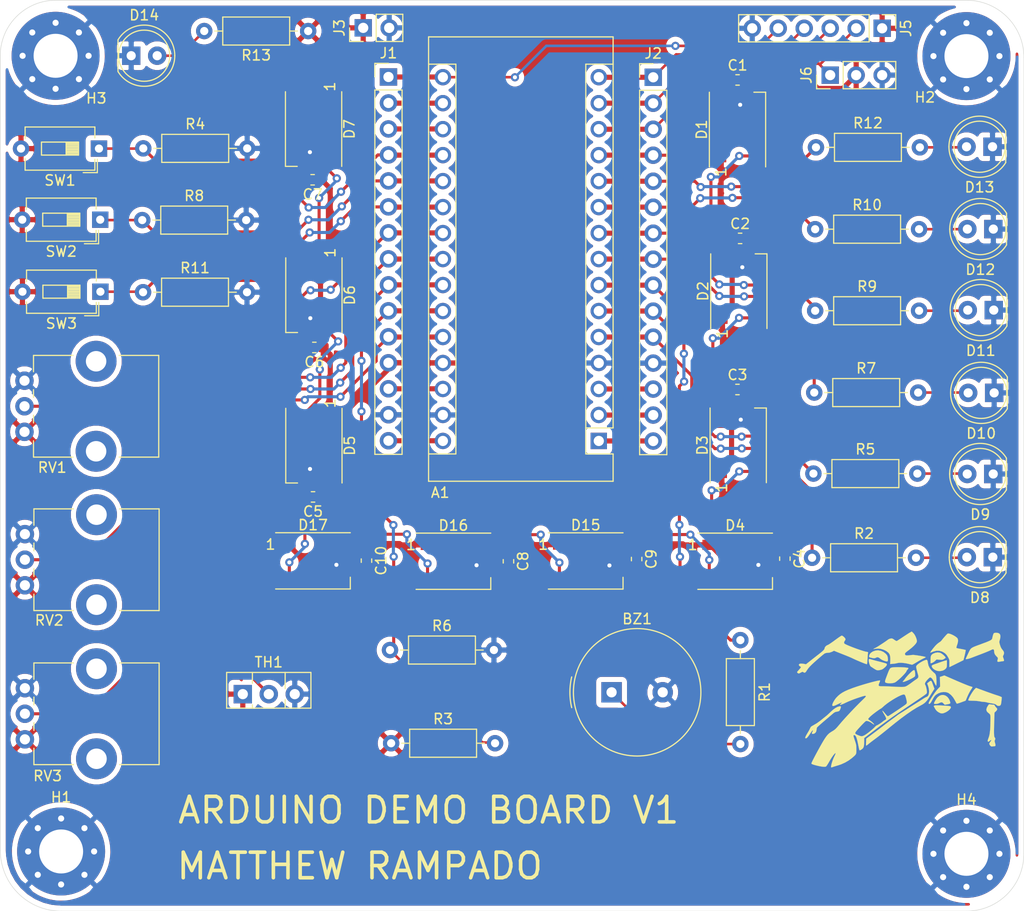
<source format=kicad_pcb>
(kicad_pcb (version 20171130) (host pcbnew "(5.1.6)-1")
  (layers (0 F.Cu signal hide) (31 B.Cu signal hide) (34 B.Paste user) (35 F.Paste user) (36 B.SilkS user) (37 F.SilkS user) (38 B.Mask user) (39 F.Mask user) (44 Edge.Cuts user))
  (net 0 "")
  (net 1 /TX1)
  (net 2 +3V3)
  (net 3 /RX0)
  (net 4 /VREF)
  (net 5 /RST)
  (net 6 /A0)
  (net 7 GND)
  (net 8 /A1)
  (net 9 /D2)
  (net 10 /A2)
  (net 11 /D3)
  (net 12 /A3)
  (net 13 /D4)
  (net 14 /A4)
  (net 15 /D5)
  (net 16 /A5)
  (net 17 /D6)
  (net 18 /A6)
  (net 19 /D7)
  (net 20 /A7)
  (net 21 /D8)
  (net 22 +5V)
  (net 23 /D9)
  (net 24 /D10)
  (net 25 /D11)
  (net 26 /ARD_VIN)
  (net 27 /D12)
  (net 28 /D13)
  (net 29 "Net-(BZ1-Pad1)")
  (net 30 "Net-(D1-Pad2)")
  (net 31 "Net-(D2-Pad2)")
  (net 32 "Net-(D3-Pad2)")
  (net 33 "Net-(D5-Pad2)")
  (net 34 "Net-(D6-Pad2)")
  (net 35 "Net-(D7-Pad2)")
  (net 36 "Net-(D8-Pad2)")
  (net 37 "Net-(D9-Pad2)")
  (net 38 "Net-(D10-Pad2)")
  (net 39 "Net-(D11-Pad2)")
  (net 40 "Net-(D12-Pad2)")
  (net 41 "Net-(D13-Pad2)")
  (net 42 "Net-(D14-Pad2)")
  (net 43 /LED_CONT)
  (net 44 "Net-(D15-Pad2)")
  (net 45 "Net-(D16-Pad2)")
  (net 46 "Net-(D15-Pad4)")
  (module LED_SMD:LED_WS2812B_PLCC4_5.0x5.0mm_P3.2mm (layer F.Cu) (at 72.6 76.76)
    (fp_text reference D17 (at 0 -3.5) (layer F.SilkS))
    (fp_text value WS2812B)
    (fp_text user 1 (at -4.15 -1.6) (layer F.SilkS))
    (pad 1 smd rect (at -2.45 -1.6) (size 1.5 1) (layers F.Cu F.Paste F.Mask) (net 22 +5V))
    (pad 2 smd rect (at -2.45 1.6) (size 1.5 1) (layers F.Cu F.Paste F.Mask) (net 43 /LED_CONT))
    (pad 4 smd rect (at 2.45 -1.6) (size 1.5 1) (layers F.Cu F.Paste F.Mask) (net 45 "Net-(D16-Pad2)"))
    (pad 3 smd rect (at 2.45 1.6) (size 1.5 1) (layers F.Cu F.Paste F.Mask) (net 7 GND))
  )
  (module LED_SMD:LED_WS2812B_PLCC4_5.0x5.0mm_P3.2mm (layer F.Cu) (at 86.33 76.8)
    (fp_text reference D16 (at 0 -3.5) (layer F.SilkS))
    (fp_text value WS2812B)
    (fp_text user 1 (at -4.15 -1.6) (layer F.SilkS))
    (pad 1 smd rect (at -2.45 -1.6) (size 1.5 1) (layers F.Cu F.Paste F.Mask) (net 22 +5V))
    (pad 2 smd rect (at -2.45 1.6) (size 1.5 1) (layers F.Cu F.Paste F.Mask) (net 45 "Net-(D16-Pad2)"))
    (pad 4 smd rect (at 2.45 -1.6) (size 1.5 1) (layers F.Cu F.Paste F.Mask) (net 44 "Net-(D15-Pad2)"))
    (pad 3 smd rect (at 2.45 1.6) (size 1.5 1) (layers F.Cu F.Paste F.Mask) (net 7 GND))
  )
  (module LED_SMD:LED_WS2812B_PLCC4_5.0x5.0mm_P3.2mm (layer F.Cu) (at 99.26 76.77)
    (fp_text reference D15 (at 0 -3.5) (layer F.SilkS))
    (fp_text value WS2812B)
    (fp_text user 1 (at -4.15 -1.6) (layer F.SilkS))
    (pad 1 smd rect (at -2.45 -1.6) (size 1.5 1) (layers F.Cu F.Paste F.Mask) (net 22 +5V))
    (pad 2 smd rect (at -2.45 1.6) (size 1.5 1) (layers F.Cu F.Paste F.Mask) (net 44 "Net-(D15-Pad2)"))
    (pad 4 smd rect (at 2.45 -1.6) (size 1.5 1) (layers F.Cu F.Paste F.Mask) (net 46 "Net-(D15-Pad4)"))
    (pad 3 smd rect (at 2.45 1.6) (size 1.5 1) (layers F.Cu F.Paste F.Mask) (net 7 GND))
  )
  (module Capacitor_SMD:C_0603_1608Metric_Pad1.05x0.95mm_HandSolder (layer F.Cu) (at 77.83 76.74 270)
    (fp_text reference C10 (at 0 -1.43 90) (layer F.SilkS))
    (fp_text value 0.1u)
    (pad 2 smd roundrect (at 0.875 0 270) (size 1.05 0.95) (layers F.Cu F.Paste F.Mask) (net 7 GND))
    (pad 1 smd roundrect (at -0.875 0 270) (size 1.05 0.95) (layers F.Cu F.Paste F.Mask) (net 22 +5V))
  )
  (module Capacitor_SMD:C_0603_1608Metric_Pad1.05x0.95mm_HandSolder (layer F.Cu) (at 104.24 76.585 270)
    (fp_text reference C9 (at 0 -1.43 90) (layer F.SilkS))
    (fp_text value 0.1u)
    (pad 2 smd roundrect (at 0.875 0 270) (size 1.05 0.95) (layers F.Cu F.Paste F.Mask) (net 7 GND))
    (pad 1 smd roundrect (at -0.875 0 270) (size 1.05 0.95) (layers F.Cu F.Paste F.Mask) (net 22 +5V))
  )
  (module Capacitor_SMD:C_0603_1608Metric_Pad1.05x0.95mm_HandSolder (layer F.Cu) (at 91.71 76.805 270)
    (fp_text reference C8 (at 0 -1.43 90) (layer F.SilkS))
    (fp_text value 0.1u)
    (pad 2 smd roundrect (at 0.875 0 270) (size 1.05 0.95) (layers F.Cu F.Paste F.Mask) (net 7 GND))
    (pad 1 smd roundrect (at -0.875 0 270) (size 1.05 0.95) (layers F.Cu F.Paste F.Mask) (net 22 +5V))
  )
  (module Module:Arduino_Nano (layer F.Cu) (at 100.54 65.04 180)
    (fp_text reference A1 (at 15.5 -5.05) (layer F.SilkS))
    (fp_text value Arduino_Nano_v3.x)
    (pad 1 thru_hole rect (at 0 0 180) (size 1.6 1.6) (drill 1) (layers *.Cu *.Mask) (net 1 /TX1))
    (pad 17 thru_hole oval (at 15.24 33.02 180) (size 1.6 1.6) (drill 1) (layers *.Cu *.Mask) (net 2 +3V3))
    (pad 2 thru_hole oval (at 0 2.54 180) (size 1.6 1.6) (drill 1) (layers *.Cu *.Mask) (net 3 /RX0))
    (pad 18 thru_hole oval (at 15.24 30.48 180) (size 1.6 1.6) (drill 1) (layers *.Cu *.Mask) (net 4 /VREF))
    (pad 3 thru_hole oval (at 0 5.08 180) (size 1.6 1.6) (drill 1) (layers *.Cu *.Mask) (net 5 /RST))
    (pad 19 thru_hole oval (at 15.24 27.94 180) (size 1.6 1.6) (drill 1) (layers *.Cu *.Mask) (net 6 /A0))
    (pad 4 thru_hole oval (at 0 7.62 180) (size 1.6 1.6) (drill 1) (layers *.Cu *.Mask) (net 7 GND))
    (pad 20 thru_hole oval (at 15.24 25.4 180) (size 1.6 1.6) (drill 1) (layers *.Cu *.Mask) (net 8 /A1))
    (pad 5 thru_hole oval (at 0 10.16 180) (size 1.6 1.6) (drill 1) (layers *.Cu *.Mask) (net 9 /D2))
    (pad 21 thru_hole oval (at 15.24 22.86 180) (size 1.6 1.6) (drill 1) (layers *.Cu *.Mask) (net 10 /A2))
    (pad 6 thru_hole oval (at 0 12.7 180) (size 1.6 1.6) (drill 1) (layers *.Cu *.Mask) (net 11 /D3))
    (pad 22 thru_hole oval (at 15.24 20.32 180) (size 1.6 1.6) (drill 1) (layers *.Cu *.Mask) (net 12 /A3))
    (pad 7 thru_hole oval (at 0 15.24 180) (size 1.6 1.6) (drill 1) (layers *.Cu *.Mask) (net 13 /D4))
    (pad 23 thru_hole oval (at 15.24 17.78 180) (size 1.6 1.6) (drill 1) (layers *.Cu *.Mask) (net 14 /A4))
    (pad 8 thru_hole oval (at 0 17.78 180) (size 1.6 1.6) (drill 1) (layers *.Cu *.Mask) (net 15 /D5))
    (pad 24 thru_hole oval (at 15.24 15.24 180) (size 1.6 1.6) (drill 1) (layers *.Cu *.Mask) (net 16 /A5))
    (pad 9 thru_hole oval (at 0 20.32 180) (size 1.6 1.6) (drill 1) (layers *.Cu *.Mask) (net 17 /D6))
    (pad 25 thru_hole oval (at 15.24 12.7 180) (size 1.6 1.6) (drill 1) (layers *.Cu *.Mask) (net 18 /A6))
    (pad 10 thru_hole oval (at 0 22.86 180) (size 1.6 1.6) (drill 1) (layers *.Cu *.Mask) (net 19 /D7))
    (pad 26 thru_hole oval (at 15.24 10.16 180) (size 1.6 1.6) (drill 1) (layers *.Cu *.Mask) (net 20 /A7))
    (pad 11 thru_hole oval (at 0 25.4 180) (size 1.6 1.6) (drill 1) (layers *.Cu *.Mask) (net 21 /D8))
    (pad 27 thru_hole oval (at 15.24 7.62 180) (size 1.6 1.6) (drill 1) (layers *.Cu *.Mask) (net 22 +5V))
    (pad 12 thru_hole oval (at 0 27.94 180) (size 1.6 1.6) (drill 1) (layers *.Cu *.Mask) (net 23 /D9))
    (pad 28 thru_hole oval (at 15.24 5.08 180) (size 1.6 1.6) (drill 1) (layers *.Cu *.Mask) (net 5 /RST))
    (pad 13 thru_hole oval (at 0 30.48 180) (size 1.6 1.6) (drill 1) (layers *.Cu *.Mask) (net 24 /D10))
    (pad 29 thru_hole oval (at 15.24 2.54 180) (size 1.6 1.6) (drill 1) (layers *.Cu *.Mask) (net 7 GND))
    (pad 14 thru_hole oval (at 0 33.02 180) (size 1.6 1.6) (drill 1) (layers *.Cu *.Mask) (net 25 /D11))
    (pad 30 thru_hole oval (at 15.24 0 180) (size 1.6 1.6) (drill 1) (layers *.Cu *.Mask) (net 26 /ARD_VIN))
    (pad 15 thru_hole oval (at 0 35.56 180) (size 1.6 1.6) (drill 1) (layers *.Cu *.Mask) (net 27 /D12))
    (pad 16 thru_hole oval (at 15.24 35.56 180) (size 1.6 1.6) (drill 1) (layers *.Cu *.Mask) (net 28 /D13))
  )
  (module Capacitor_SMD:C_0603_1608Metric_Pad1.05x0.95mm_HandSolder (layer F.Cu) (at 72.565 39.51 180)
    (fp_text reference C7 (at 0 -1.43) (layer F.SilkS))
    (fp_text value 0.1u)
    (pad 2 smd roundrect (at 0.875 0 180) (size 1.05 0.95) (layers F.Cu F.Paste F.Mask) (net 7 GND))
    (pad 1 smd roundrect (at -0.875 0 180) (size 1.05 0.95) (layers F.Cu F.Paste F.Mask) (net 22 +5V))
  )
  (module Capacitor_SMD:C_0603_1608Metric_Pad1.05x0.95mm_HandSolder (layer F.Cu) (at 72.735 55.9 180)
    (fp_text reference C6 (at 0 -1.43) (layer F.SilkS))
    (fp_text value 0.1u)
    (pad 2 smd roundrect (at 0.875 0 180) (size 1.05 0.95) (layers F.Cu F.Paste F.Mask) (net 7 GND))
    (pad 1 smd roundrect (at -0.875 0 180) (size 1.05 0.95) (layers F.Cu F.Paste F.Mask) (net 22 +5V))
  )
  (module Capacitor_SMD:C_0603_1608Metric_Pad1.05x0.95mm_HandSolder (layer F.Cu) (at 72.605 70.51 180)
    (fp_text reference C5 (at 0 -1.43) (layer F.SilkS))
    (fp_text value 0.1u)
    (pad 2 smd roundrect (at 0.875 0 180) (size 1.05 0.95) (layers F.Cu F.Paste F.Mask) (net 7 GND))
    (pad 1 smd roundrect (at -0.875 0 180) (size 1.05 0.95) (layers F.Cu F.Paste F.Mask) (net 22 +5V))
  )
  (module Capacitor_SMD:C_0603_1608Metric_Pad1.05x0.95mm_HandSolder (layer F.Cu) (at 118.73 76.545 270)
    (fp_text reference C4 (at 0 -1.43 90) (layer F.SilkS))
    (fp_text value 0.1u)
    (pad 2 smd roundrect (at 0.875 0 270) (size 1.05 0.95) (layers F.Cu F.Paste F.Mask) (net 7 GND))
    (pad 1 smd roundrect (at -0.875 0 270) (size 1.05 0.95) (layers F.Cu F.Paste F.Mask) (net 22 +5V))
  )
  (module Capacitor_SMD:C_0603_1608Metric_Pad1.05x0.95mm_HandSolder (layer F.Cu) (at 114.095 60.01)
    (fp_text reference C3 (at 0 -1.43) (layer F.SilkS))
    (fp_text value 0.1u)
    (pad 2 smd roundrect (at 0.875 0) (size 1.05 0.95) (layers F.Cu F.Paste F.Mask) (net 7 GND))
    (pad 1 smd roundrect (at -0.875 0) (size 1.05 0.95) (layers F.Cu F.Paste F.Mask) (net 22 +5V))
  )
  (module Capacitor_SMD:C_0603_1608Metric_Pad1.05x0.95mm_HandSolder (layer F.Cu) (at 114.355 45.24)
    (fp_text reference C2 (at 0 -1.43) (layer F.SilkS))
    (fp_text value 0.1u)
    (pad 2 smd roundrect (at 0.875 0) (size 1.05 0.95) (layers F.Cu F.Paste F.Mask) (net 7 GND))
    (pad 1 smd roundrect (at -0.875 0) (size 1.05 0.95) (layers F.Cu F.Paste F.Mask) (net 22 +5V))
  )
  (module Capacitor_SMD:C_0603_1608Metric_Pad1.05x0.95mm_HandSolder (layer F.Cu) (at 114.105 29.75)
    (fp_text reference C1 (at 0 -1.43) (layer F.SilkS))
    (fp_text value 0.1u)
    (pad 2 smd roundrect (at 0.875 0) (size 1.05 0.95) (layers F.Cu F.Paste F.Mask) (net 7 GND))
    (pad 1 smd roundrect (at -0.875 0) (size 1.05 0.95) (layers F.Cu F.Paste F.Mask) (net 22 +5V))
  )
  (module FunLogos:XWingLarge (layer F.Cu) (at 129.96 90.63)
    (fp_text reference G*** hide)
    (fp_text value LOGO hide)
  )
  (module Buzzer_Beeper:Buzzer_TDK_PS1240P02BT_D12.2mm_H6.5mm (layer F.Cu) (at 101.79 89.61)
    (fp_text reference BZ1 (at 2.5 -7.17) (layer F.SilkS))
    (fp_text value Buzzer)
    (pad 1 thru_hole rect (at 0 0) (size 2 2) (drill 1) (layers *.Cu *.Mask) (net 29 "Net-(BZ1-Pad1)"))
    (pad 2 thru_hole circle (at 5 0) (size 2 2) (drill 1) (layers *.Cu *.Mask) (net 7 GND))
  )
  (module LED_SMD:LED_WS2812B_PLCC4_5.0x5.0mm_P3.2mm (layer F.Cu) (at 114.1 34.6 90)
    (fp_text reference D1 (at 0 -3.5 90) (layer F.SilkS))
    (fp_text value WS2812B)
    (fp_text user 1 (at -4.15 -1.6 90) (layer F.SilkS))
    (pad 3 smd rect (at 2.45 1.6 90) (size 1.5 1) (layers F.Cu F.Paste F.Mask) (net 7 GND))
    (pad 4 smd rect (at 2.45 -1.6 90) (size 1.5 1) (layers F.Cu F.Paste F.Mask) (net 23 /D9))
    (pad 2 smd rect (at -2.45 1.6 90) (size 1.5 1) (layers F.Cu F.Paste F.Mask) (net 30 "Net-(D1-Pad2)"))
    (pad 1 smd rect (at -2.45 -1.6 90) (size 1.5 1) (layers F.Cu F.Paste F.Mask) (net 22 +5V))
  )
  (module LED_SMD:LED_WS2812B_PLCC4_5.0x5.0mm_P3.2mm (layer F.Cu) (at 114.23 50.4 90)
    (fp_text reference D2 (at 0 -3.5 90) (layer F.SilkS))
    (fp_text value WS2812B)
    (fp_text user 1 (at -4.15 -1.6 90) (layer F.SilkS))
    (pad 1 smd rect (at -2.45 -1.6 90) (size 1.5 1) (layers F.Cu F.Paste F.Mask) (net 22 +5V))
    (pad 2 smd rect (at -2.45 1.6 90) (size 1.5 1) (layers F.Cu F.Paste F.Mask) (net 31 "Net-(D2-Pad2)"))
    (pad 4 smd rect (at 2.45 -1.6 90) (size 1.5 1) (layers F.Cu F.Paste F.Mask) (net 30 "Net-(D1-Pad2)"))
    (pad 3 smd rect (at 2.45 1.6 90) (size 1.5 1) (layers F.Cu F.Paste F.Mask) (net 7 GND))
  )
  (module LED_SMD:LED_WS2812B_PLCC4_5.0x5.0mm_P3.2mm (layer F.Cu) (at 114.17 65.47 90)
    (fp_text reference D3 (at 0 -3.5 90) (layer F.SilkS))
    (fp_text value WS2812B)
    (fp_text user 1 (at -4.15 -1.6 90) (layer F.SilkS))
    (pad 3 smd rect (at 2.45 1.6 90) (size 1.5 1) (layers F.Cu F.Paste F.Mask) (net 7 GND))
    (pad 4 smd rect (at 2.45 -1.6 90) (size 1.5 1) (layers F.Cu F.Paste F.Mask) (net 31 "Net-(D2-Pad2)"))
    (pad 2 smd rect (at -2.45 1.6 90) (size 1.5 1) (layers F.Cu F.Paste F.Mask) (net 32 "Net-(D3-Pad2)"))
    (pad 1 smd rect (at -2.45 -1.6 90) (size 1.5 1) (layers F.Cu F.Paste F.Mask) (net 22 +5V))
  )
  (module LED_SMD:LED_WS2812B_PLCC4_5.0x5.0mm_P3.2mm (layer F.Cu) (at 113.87 76.8)
    (fp_text reference D4 (at 0 -3.5) (layer F.SilkS))
    (fp_text value WS2812B)
    (fp_text user 1 (at -4.15 -1.6) (layer F.SilkS))
    (pad 3 smd rect (at 2.45 1.6) (size 1.5 1) (layers F.Cu F.Paste F.Mask) (net 7 GND))
    (pad 4 smd rect (at 2.45 -1.6) (size 1.5 1) (layers F.Cu F.Paste F.Mask) (net 32 "Net-(D3-Pad2)"))
    (pad 2 smd rect (at -2.45 1.6) (size 1.5 1) (layers F.Cu F.Paste F.Mask) (net 46 "Net-(D15-Pad4)"))
    (pad 1 smd rect (at -2.45 -1.6) (size 1.5 1) (layers F.Cu F.Paste F.Mask) (net 22 +5V))
  )
  (module LED_SMD:LED_WS2812B_PLCC4_5.0x5.0mm_P3.2mm (layer F.Cu) (at 72.69 65.5 270)
    (fp_text reference D5 (at 0 -3.5 90) (layer F.SilkS))
    (fp_text value WS2812B)
    (fp_text user 1 (at -4.15 -1.6 90) (layer F.SilkS))
    (pad 1 smd rect (at -2.45 -1.6 270) (size 1.5 1) (layers F.Cu F.Paste F.Mask) (net 22 +5V))
    (pad 2 smd rect (at -2.45 1.6 270) (size 1.5 1) (layers F.Cu F.Paste F.Mask) (net 33 "Net-(D5-Pad2)"))
    (pad 4 smd rect (at 2.45 -1.6 270) (size 1.5 1) (layers F.Cu F.Paste F.Mask) (net 43 /LED_CONT))
    (pad 3 smd rect (at 2.45 1.6 270) (size 1.5 1) (layers F.Cu F.Paste F.Mask) (net 7 GND))
  )
  (module LED_SMD:LED_WS2812B_PLCC4_5.0x5.0mm_P3.2mm (layer F.Cu) (at 72.69 50.79 270)
    (fp_text reference D6 (at 0 -3.5 90) (layer F.SilkS))
    (fp_text value WS2812B)
    (fp_text user 1 (at -4.15 -1.6 90) (layer F.SilkS))
    (pad 3 smd rect (at 2.45 1.6 270) (size 1.5 1) (layers F.Cu F.Paste F.Mask) (net 7 GND))
    (pad 4 smd rect (at 2.45 -1.6 270) (size 1.5 1) (layers F.Cu F.Paste F.Mask) (net 33 "Net-(D5-Pad2)"))
    (pad 2 smd rect (at -2.45 1.6 270) (size 1.5 1) (layers F.Cu F.Paste F.Mask) (net 34 "Net-(D6-Pad2)"))
    (pad 1 smd rect (at -2.45 -1.6 270) (size 1.5 1) (layers F.Cu F.Paste F.Mask) (net 22 +5V))
  )
  (module LED_SMD:LED_WS2812B_PLCC4_5.0x5.0mm_P3.2mm (layer F.Cu) (at 72.66 34.55 270)
    (fp_text reference D7 (at 0 -3.5 90) (layer F.SilkS))
    (fp_text value WS2812B)
    (fp_text user 1 (at -4.15 -1.6 90) (layer F.SilkS))
    (pad 1 smd rect (at -2.45 -1.6 270) (size 1.5 1) (layers F.Cu F.Paste F.Mask) (net 22 +5V))
    (pad 2 smd rect (at -2.45 1.6 270) (size 1.5 1) (layers F.Cu F.Paste F.Mask) (net 35 "Net-(D7-Pad2)"))
    (pad 4 smd rect (at 2.45 -1.6 270) (size 1.5 1) (layers F.Cu F.Paste F.Mask) (net 34 "Net-(D6-Pad2)"))
    (pad 3 smd rect (at 2.45 1.6 270) (size 1.5 1) (layers F.Cu F.Paste F.Mask) (net 7 GND))
  )
  (module LED_THT:LED_D5.0mm_Clear (layer F.Cu) (at 139.06 76.4 180)
    (fp_text reference D8 (at 1.27 -3.96) (layer F.SilkS))
    (fp_text value LED)
    (pad 1 thru_hole rect (at 0 0 180) (size 1.8 1.8) (drill 0.9) (layers *.Cu *.Mask) (net 7 GND))
    (pad 2 thru_hole circle (at 2.54 0 180) (size 1.8 1.8) (drill 0.9) (layers *.Cu *.Mask) (net 36 "Net-(D8-Pad2)"))
  )
  (module LED_THT:LED_D5.0mm_Clear (layer F.Cu) (at 139.1 68.27 180)
    (fp_text reference D9 (at 1.27 -3.96) (layer F.SilkS))
    (fp_text value LED)
    (pad 2 thru_hole circle (at 2.54 0 180) (size 1.8 1.8) (drill 0.9) (layers *.Cu *.Mask) (net 37 "Net-(D9-Pad2)"))
    (pad 1 thru_hole rect (at 0 0 180) (size 1.8 1.8) (drill 0.9) (layers *.Cu *.Mask) (net 7 GND))
  )
  (module LED_THT:LED_D5.0mm_Clear (layer F.Cu) (at 139.19 60.34 180)
    (fp_text reference D10 (at 1.27 -3.96) (layer F.SilkS))
    (fp_text value LED)
    (pad 1 thru_hole rect (at 0 0 180) (size 1.8 1.8) (drill 0.9) (layers *.Cu *.Mask) (net 7 GND))
    (pad 2 thru_hole circle (at 2.54 0 180) (size 1.8 1.8) (drill 0.9) (layers *.Cu *.Mask) (net 38 "Net-(D10-Pad2)"))
  )
  (module LED_THT:LED_D5.0mm_Clear (layer F.Cu) (at 139.15 52.25 180)
    (fp_text reference D11 (at 1.27 -3.96) (layer F.SilkS))
    (fp_text value LED)
    (pad 2 thru_hole circle (at 2.54 0 180) (size 1.8 1.8) (drill 0.9) (layers *.Cu *.Mask) (net 39 "Net-(D11-Pad2)"))
    (pad 1 thru_hole rect (at 0 0 180) (size 1.8 1.8) (drill 0.9) (layers *.Cu *.Mask) (net 7 GND))
  )
  (module LED_THT:LED_D5.0mm_Clear (layer F.Cu) (at 139.11 44.33 180)
    (fp_text reference D12 (at 1.27 -3.96) (layer F.SilkS))
    (fp_text value LED)
    (pad 1 thru_hole rect (at 0 0 180) (size 1.8 1.8) (drill 0.9) (layers *.Cu *.Mask) (net 7 GND))
    (pad 2 thru_hole circle (at 2.54 0 180) (size 1.8 1.8) (drill 0.9) (layers *.Cu *.Mask) (net 40 "Net-(D12-Pad2)"))
  )
  (module LED_THT:LED_D5.0mm_Clear (layer F.Cu) (at 139.03 36.28 180)
    (fp_text reference D13 (at 1.27 -3.96) (layer F.SilkS))
    (fp_text value LED)
    (pad 2 thru_hole circle (at 2.54 0 180) (size 1.8 1.8) (drill 0.9) (layers *.Cu *.Mask) (net 41 "Net-(D13-Pad2)"))
    (pad 1 thru_hole rect (at 0 0 180) (size 1.8 1.8) (drill 0.9) (layers *.Cu *.Mask) (net 7 GND))
  )
  (module LED_THT:LED_D5.0mm_Clear (layer F.Cu) (at 54.83 27.38)
    (fp_text reference D14 (at 1.27 -3.96) (layer F.SilkS))
    (fp_text value LED)
    (pad 1 thru_hole rect (at 0 0) (size 1.8 1.8) (drill 0.9) (layers *.Cu *.Mask) (net 7 GND))
    (pad 2 thru_hole circle (at 2.54 0) (size 1.8 1.8) (drill 0.9) (layers *.Cu *.Mask) (net 42 "Net-(D14-Pad2)"))
  )
  (module MountingHole:MountingHole_4.3mm_M4_Pad_Via (layer F.Cu) (at 47.98 105.17)
    (fp_text reference H1 (at 0 -5.3) (layer F.SilkS))
    (fp_text value MountingHole_Pad)
    (pad 1 thru_hole circle (at 0 0) (size 8.6 8.6) (drill 4.3) (layers *.Cu *.Mask) (net 7 GND))
    (pad 1 thru_hole circle (at 3.225 0) (size 0.9 0.9) (drill 0.6) (layers *.Cu *.Mask) (net 7 GND))
    (pad 1 thru_hole circle (at 2.280419 2.280419) (size 0.9 0.9) (drill 0.6) (layers *.Cu *.Mask) (net 7 GND))
    (pad 1 thru_hole circle (at 0 3.225) (size 0.9 0.9) (drill 0.6) (layers *.Cu *.Mask) (net 7 GND))
    (pad 1 thru_hole circle (at -2.280419 2.280419) (size 0.9 0.9) (drill 0.6) (layers *.Cu *.Mask) (net 7 GND))
    (pad 1 thru_hole circle (at -3.225 0) (size 0.9 0.9) (drill 0.6) (layers *.Cu *.Mask) (net 7 GND))
    (pad 1 thru_hole circle (at -2.280419 -2.280419) (size 0.9 0.9) (drill 0.6) (layers *.Cu *.Mask) (net 7 GND))
    (pad 1 thru_hole circle (at 0 -3.225) (size 0.9 0.9) (drill 0.6) (layers *.Cu *.Mask) (net 7 GND))
    (pad 1 thru_hole circle (at 2.280419 -2.280419) (size 0.9 0.9) (drill 0.6) (layers *.Cu *.Mask) (net 7 GND))
  )
  (module MountingHole:MountingHole_4.3mm_M4_Pad_Via (layer F.Cu) (at 136.48 27.42)
    (fp_text reference H2 (at -4.06 4.03) (layer F.SilkS))
    (fp_text value MountingHole_Pad)
    (pad 1 thru_hole circle (at 2.280419 -2.280419) (size 0.9 0.9) (drill 0.6) (layers *.Cu *.Mask) (net 7 GND))
    (pad 1 thru_hole circle (at 0 -3.225) (size 0.9 0.9) (drill 0.6) (layers *.Cu *.Mask) (net 7 GND))
    (pad 1 thru_hole circle (at -2.280419 -2.280419) (size 0.9 0.9) (drill 0.6) (layers *.Cu *.Mask) (net 7 GND))
    (pad 1 thru_hole circle (at -3.225 0) (size 0.9 0.9) (drill 0.6) (layers *.Cu *.Mask) (net 7 GND))
    (pad 1 thru_hole circle (at -2.280419 2.280419) (size 0.9 0.9) (drill 0.6) (layers *.Cu *.Mask) (net 7 GND))
    (pad 1 thru_hole circle (at 0 3.225) (size 0.9 0.9) (drill 0.6) (layers *.Cu *.Mask) (net 7 GND))
    (pad 1 thru_hole circle (at 2.280419 2.280419) (size 0.9 0.9) (drill 0.6) (layers *.Cu *.Mask) (net 7 GND))
    (pad 1 thru_hole circle (at 3.225 0) (size 0.9 0.9) (drill 0.6) (layers *.Cu *.Mask) (net 7 GND))
    (pad 1 thru_hole circle (at 0 0) (size 8.6 8.6) (drill 4.3) (layers *.Cu *.Mask) (net 7 GND))
  )
  (module MountingHole:MountingHole_4.3mm_M4_Pad_Via (layer F.Cu) (at 47.44 27.39)
    (fp_text reference H3 (at 3.98 4.16) (layer F.SilkS))
    (fp_text value MountingHole_Pad)
    (pad 1 thru_hole circle (at 0 0) (size 8.6 8.6) (drill 4.3) (layers *.Cu *.Mask) (net 7 GND))
    (pad 1 thru_hole circle (at 3.225 0) (size 0.9 0.9) (drill 0.6) (layers *.Cu *.Mask) (net 7 GND))
    (pad 1 thru_hole circle (at 2.280419 2.280419) (size 0.9 0.9) (drill 0.6) (layers *.Cu *.Mask) (net 7 GND))
    (pad 1 thru_hole circle (at 0 3.225) (size 0.9 0.9) (drill 0.6) (layers *.Cu *.Mask) (net 7 GND))
    (pad 1 thru_hole circle (at -2.280419 2.280419) (size 0.9 0.9) (drill 0.6) (layers *.Cu *.Mask) (net 7 GND))
    (pad 1 thru_hole circle (at -3.225 0) (size 0.9 0.9) (drill 0.6) (layers *.Cu *.Mask) (net 7 GND))
    (pad 1 thru_hole circle (at -2.280419 -2.280419) (size 0.9 0.9) (drill 0.6) (layers *.Cu *.Mask) (net 7 GND))
    (pad 1 thru_hole circle (at 0 -3.225) (size 0.9 0.9) (drill 0.6) (layers *.Cu *.Mask) (net 7 GND))
    (pad 1 thru_hole circle (at 2.280419 -2.280419) (size 0.9 0.9) (drill 0.6) (layers *.Cu *.Mask) (net 7 GND))
  )
  (module MountingHole:MountingHole_4.3mm_M4_Pad_Via (layer F.Cu) (at 136.48 105.4)
    (fp_text reference H4 (at 0 -5.3) (layer F.SilkS))
    (fp_text value MountingHole_Pad)
    (pad 1 thru_hole circle (at 2.280419 -2.280419) (size 0.9 0.9) (drill 0.6) (layers *.Cu *.Mask) (net 7 GND))
    (pad 1 thru_hole circle (at 0 -3.225) (size 0.9 0.9) (drill 0.6) (layers *.Cu *.Mask) (net 7 GND))
    (pad 1 thru_hole circle (at -2.280419 -2.280419) (size 0.9 0.9) (drill 0.6) (layers *.Cu *.Mask) (net 7 GND))
    (pad 1 thru_hole circle (at -3.225 0) (size 0.9 0.9) (drill 0.6) (layers *.Cu *.Mask) (net 7 GND))
    (pad 1 thru_hole circle (at -2.280419 2.280419) (size 0.9 0.9) (drill 0.6) (layers *.Cu *.Mask) (net 7 GND))
    (pad 1 thru_hole circle (at 0 3.225) (size 0.9 0.9) (drill 0.6) (layers *.Cu *.Mask) (net 7 GND))
    (pad 1 thru_hole circle (at 2.280419 2.280419) (size 0.9 0.9) (drill 0.6) (layers *.Cu *.Mask) (net 7 GND))
    (pad 1 thru_hole circle (at 3.225 0) (size 0.9 0.9) (drill 0.6) (layers *.Cu *.Mask) (net 7 GND))
    (pad 1 thru_hole circle (at 0 0) (size 8.6 8.6) (drill 4.3) (layers *.Cu *.Mask) (net 7 GND))
  )
  (module Connector_PinHeader_2.54mm:PinHeader_1x15_P2.54mm_Vertical (layer F.Cu) (at 79.98 29.46)
    (fp_text reference J1 (at 0 -2.33) (layer F.SilkS))
    (fp_text value Conn_01x15_Female)
    (pad 1 thru_hole rect (at 0 0) (size 1.7 1.7) (drill 1) (layers *.Cu *.Mask) (net 28 /D13))
    (pad 2 thru_hole oval (at 0 2.54) (size 1.7 1.7) (drill 1) (layers *.Cu *.Mask) (net 2 +3V3))
    (pad 3 thru_hole oval (at 0 5.08) (size 1.7 1.7) (drill 1) (layers *.Cu *.Mask) (net 4 /VREF))
    (pad 4 thru_hole oval (at 0 7.62) (size 1.7 1.7) (drill 1) (layers *.Cu *.Mask) (net 6 /A0))
    (pad 5 thru_hole oval (at 0 10.16) (size 1.7 1.7) (drill 1) (layers *.Cu *.Mask) (net 8 /A1))
    (pad 6 thru_hole oval (at 0 12.7) (size 1.7 1.7) (drill 1) (layers *.Cu *.Mask) (net 10 /A2))
    (pad 7 thru_hole oval (at 0 15.24) (size 1.7 1.7) (drill 1) (layers *.Cu *.Mask) (net 12 /A3))
    (pad 8 thru_hole oval (at 0 17.78) (size 1.7 1.7) (drill 1) (layers *.Cu *.Mask) (net 14 /A4))
    (pad 9 thru_hole oval (at 0 20.32) (size 1.7 1.7) (drill 1) (layers *.Cu *.Mask) (net 16 /A5))
    (pad 10 thru_hole oval (at 0 22.86) (size 1.7 1.7) (drill 1) (layers *.Cu *.Mask) (net 18 /A6))
    (pad 11 thru_hole oval (at 0 25.4) (size 1.7 1.7) (drill 1) (layers *.Cu *.Mask) (net 20 /A7))
    (pad 12 thru_hole oval (at 0 27.94) (size 1.7 1.7) (drill 1) (layers *.Cu *.Mask) (net 22 +5V))
    (pad 13 thru_hole oval (at 0 30.48) (size 1.7 1.7) (drill 1) (layers *.Cu *.Mask) (net 5 /RST))
    (pad 14 thru_hole oval (at 0 33.02) (size 1.7 1.7) (drill 1) (layers *.Cu *.Mask) (net 7 GND))
    (pad 15 thru_hole oval (at 0 35.56) (size 1.7 1.7) (drill 1) (layers *.Cu *.Mask) (net 26 /ARD_VIN))
  )
  (module Connector_PinHeader_2.54mm:PinHeader_1x15_P2.54mm_Vertical (layer F.Cu) (at 105.86 29.49)
    (fp_text reference J2 (at 0 -2.33) (layer F.SilkS))
    (fp_text value Conn_01x15_Female)
    (pad 15 thru_hole oval (at 0 35.56) (size 1.7 1.7) (drill 1) (layers *.Cu *.Mask) (net 1 /TX1))
    (pad 14 thru_hole oval (at 0 33.02) (size 1.7 1.7) (drill 1) (layers *.Cu *.Mask) (net 3 /RX0))
    (pad 13 thru_hole oval (at 0 30.48) (size 1.7 1.7) (drill 1) (layers *.Cu *.Mask) (net 5 /RST))
    (pad 12 thru_hole oval (at 0 27.94) (size 1.7 1.7) (drill 1) (layers *.Cu *.Mask) (net 7 GND))
    (pad 11 thru_hole oval (at 0 25.4) (size 1.7 1.7) (drill 1) (layers *.Cu *.Mask) (net 9 /D2))
    (pad 10 thru_hole oval (at 0 22.86) (size 1.7 1.7) (drill 1) (layers *.Cu *.Mask) (net 11 /D3))
    (pad 9 thru_hole oval (at 0 20.32) (size 1.7 1.7) (drill 1) (layers *.Cu *.Mask) (net 13 /D4))
    (pad 8 thru_hole oval (at 0 17.78) (size 1.7 1.7) (drill 1) (layers *.Cu *.Mask) (net 15 /D5))
    (pad 7 thru_hole oval (at 0 15.24) (size 1.7 1.7) (drill 1) (layers *.Cu *.Mask) (net 17 /D6))
    (pad 6 thru_hole oval (at 0 12.7) (size 1.7 1.7) (drill 1) (layers *.Cu *.Mask) (net 19 /D7))
    (pad 5 thru_hole oval (at 0 10.16) (size 1.7 1.7) (drill 1) (layers *.Cu *.Mask) (net 21 /D8))
    (pad 4 thru_hole oval (at 0 7.62) (size 1.7 1.7) (drill 1) (layers *.Cu *.Mask) (net 23 /D9))
    (pad 3 thru_hole oval (at 0 5.08) (size 1.7 1.7) (drill 1) (layers *.Cu *.Mask) (net 24 /D10))
    (pad 2 thru_hole oval (at 0 2.54) (size 1.7 1.7) (drill 1) (layers *.Cu *.Mask) (net 25 /D11))
    (pad 1 thru_hole rect (at 0 0) (size 1.7 1.7) (drill 1) (layers *.Cu *.Mask) (net 27 /D12))
  )
  (module Connector_PinHeader_2.54mm:PinHeader_1x02_P2.54mm_Vertical (layer F.Cu) (at 77.51 24.66 90)
    (fp_text reference J3 (at 0 -2.33 90) (layer F.SilkS))
    (fp_text value Conn_01x02_Female)
    (pad 1 thru_hole rect (at 0 0 90) (size 1.7 1.7) (drill 1) (layers *.Cu *.Mask) (net 22 +5V))
    (pad 2 thru_hole oval (at 0 2.54 90) (size 1.7 1.7) (drill 1) (layers *.Cu *.Mask) (net 7 GND))
  )
  (module Connector_PinHeader_2.54mm:PinHeader_1x06_P2.54mm_Vertical (layer F.Cu) (at 128.24 24.7 270)
    (fp_text reference J5 (at 0 -2.33 90) (layer F.SilkS))
    (fp_text value Conn_01x06_Female)
    (pad 1 thru_hole rect (at 0 0 270) (size 1.7 1.7) (drill 1) (layers *.Cu *.Mask) (net 22 +5V))
    (pad 2 thru_hole oval (at 0 2.54 270) (size 1.7 1.7) (drill 1) (layers *.Cu *.Mask) (net 24 /D10))
    (pad 3 thru_hole oval (at 0 5.08 270) (size 1.7 1.7) (drill 1) (layers *.Cu *.Mask) (net 25 /D11))
    (pad 4 thru_hole oval (at 0 7.62 270) (size 1.7 1.7) (drill 1) (layers *.Cu *.Mask) (net 27 /D12))
    (pad 5 thru_hole oval (at 0 10.16 270) (size 1.7 1.7) (drill 1) (layers *.Cu *.Mask) (net 28 /D13))
    (pad 6 thru_hole oval (at 0 12.7 270) (size 1.7 1.7) (drill 1) (layers *.Cu *.Mask) (net 7 GND))
  )
  (module Connector_PinHeader_2.54mm:PinHeader_1x03_P2.54mm_Vertical (layer F.Cu) (at 123.16 29.28 90)
    (fp_text reference J6 (at 0 -2.33 90) (layer F.SilkS))
    (fp_text value Conn_01x03_Female)
    (pad 1 thru_hole rect (at 0 0 90) (size 1.7 1.7) (drill 1) (layers *.Cu *.Mask) (net 24 /D10))
    (pad 2 thru_hole oval (at 0 2.54 90) (size 1.7 1.7) (drill 1) (layers *.Cu *.Mask) (net 22 +5V))
    (pad 3 thru_hole oval (at 0 5.08 90) (size 1.7 1.7) (drill 1) (layers *.Cu *.Mask) (net 7 GND))
  )
  (module Resistor_THT:R_Axial_DIN0207_L6.3mm_D2.5mm_P10.16mm_Horizontal (layer F.Cu) (at 114.38 84.51 270)
    (fp_text reference R1 (at 5.08 -2.37 90) (layer F.SilkS))
    (fp_text value 100)
    (pad 1 thru_hole circle (at 0 0 270) (size 1.6 1.6) (drill 0.8) (layers *.Cu *.Mask) (net 11 /D3))
    (pad 2 thru_hole oval (at 10.16 0 270) (size 1.6 1.6) (drill 0.8) (layers *.Cu *.Mask) (net 29 "Net-(BZ1-Pad1)"))
  )
  (module Resistor_THT:R_Axial_DIN0207_L6.3mm_D2.5mm_P10.16mm_Horizontal (layer F.Cu) (at 121.39 76.46)
    (fp_text reference R2 (at 5.08 -2.37) (layer F.SilkS))
    (fp_text value 220)
    (pad 2 thru_hole oval (at 10.16 0) (size 1.6 1.6) (drill 0.8) (layers *.Cu *.Mask) (net 36 "Net-(D8-Pad2)"))
    (pad 1 thru_hole circle (at 0 0) (size 1.6 1.6) (drill 0.8) (layers *.Cu *.Mask) (net 9 /D2))
  )
  (module Resistor_THT:R_Axial_DIN0207_L6.3mm_D2.5mm_P10.16mm_Horizontal (layer F.Cu) (at 80.24 94.59)
    (fp_text reference R3 (at 5.08 -2.37) (layer F.SilkS))
    (fp_text value R_PHOTO)
    (pad 1 thru_hole circle (at 0 0) (size 1.6 1.6) (drill 0.8) (layers *.Cu *.Mask) (net 22 +5V))
    (pad 2 thru_hole oval (at 10.16 0) (size 1.6 1.6) (drill 0.8) (layers *.Cu *.Mask) (net 18 /A6))
  )
  (module Resistor_THT:R_Axial_DIN0207_L6.3mm_D2.5mm_P10.16mm_Horizontal (layer F.Cu) (at 56.01 36.44)
    (fp_text reference R4 (at 5.08 -2.37) (layer F.SilkS))
    (fp_text value 10k)
    (pad 1 thru_hole circle (at 0 0) (size 1.6 1.6) (drill 0.8) (layers *.Cu *.Mask) (net 6 /A0))
    (pad 2 thru_hole oval (at 10.16 0) (size 1.6 1.6) (drill 0.8) (layers *.Cu *.Mask) (net 7 GND))
  )
  (module Resistor_THT:R_Axial_DIN0207_L6.3mm_D2.5mm_P10.16mm_Horizontal (layer F.Cu) (at 121.52 68.23)
    (fp_text reference R5 (at 5.08 -2.37) (layer F.SilkS))
    (fp_text value 220)
    (pad 2 thru_hole oval (at 10.16 0) (size 1.6 1.6) (drill 0.8) (layers *.Cu *.Mask) (net 37 "Net-(D9-Pad2)"))
    (pad 1 thru_hole circle (at 0 0) (size 1.6 1.6) (drill 0.8) (layers *.Cu *.Mask) (net 13 /D4))
  )
  (module Resistor_THT:R_Axial_DIN0207_L6.3mm_D2.5mm_P10.16mm_Horizontal (layer F.Cu) (at 80.13 85.48)
    (fp_text reference R6 (at 5.08 -2.37) (layer F.SilkS))
    (fp_text value 10k)
    (pad 2 thru_hole oval (at 10.16 0) (size 1.6 1.6) (drill 0.8) (layers *.Cu *.Mask) (net 7 GND))
    (pad 1 thru_hole circle (at 0 0) (size 1.6 1.6) (drill 0.8) (layers *.Cu *.Mask) (net 18 /A6))
  )
  (module Resistor_THT:R_Axial_DIN0207_L6.3mm_D2.5mm_P10.16mm_Horizontal (layer F.Cu) (at 121.6 60.31)
    (fp_text reference R7 (at 5.08 -2.37) (layer F.SilkS))
    (fp_text value 220)
    (pad 2 thru_hole oval (at 10.16 0) (size 1.6 1.6) (drill 0.8) (layers *.Cu *.Mask) (net 38 "Net-(D10-Pad2)"))
    (pad 1 thru_hole circle (at 0 0) (size 1.6 1.6) (drill 0.8) (layers *.Cu *.Mask) (net 15 /D5))
  )
  (module Resistor_THT:R_Axial_DIN0207_L6.3mm_D2.5mm_P10.16mm_Horizontal (layer F.Cu) (at 55.91 43.45)
    (fp_text reference R8 (at 5.08 -2.37) (layer F.SilkS))
    (fp_text value 10k)
    (pad 1 thru_hole circle (at 0 0) (size 1.6 1.6) (drill 0.8) (layers *.Cu *.Mask) (net 8 /A1))
    (pad 2 thru_hole oval (at 10.16 0) (size 1.6 1.6) (drill 0.8) (layers *.Cu *.Mask) (net 7 GND))
  )
  (module Resistor_THT:R_Axial_DIN0207_L6.3mm_D2.5mm_P10.16mm_Horizontal (layer F.Cu) (at 121.69 52.31)
    (fp_text reference R9 (at 5.08 -2.37) (layer F.SilkS))
    (fp_text value 220)
    (pad 1 thru_hole circle (at 0 0) (size 1.6 1.6) (drill 0.8) (layers *.Cu *.Mask) (net 17 /D6))
    (pad 2 thru_hole oval (at 10.16 0) (size 1.6 1.6) (drill 0.8) (layers *.Cu *.Mask) (net 39 "Net-(D11-Pad2)"))
  )
  (module Resistor_THT:R_Axial_DIN0207_L6.3mm_D2.5mm_P10.16mm_Horizontal (layer F.Cu) (at 121.69 44.34)
    (fp_text reference R10 (at 5.08 -2.37) (layer F.SilkS))
    (fp_text value 220)
    (pad 1 thru_hole circle (at 0 0) (size 1.6 1.6) (drill 0.8) (layers *.Cu *.Mask) (net 19 /D7))
    (pad 2 thru_hole oval (at 10.16 0) (size 1.6 1.6) (drill 0.8) (layers *.Cu *.Mask) (net 40 "Net-(D12-Pad2)"))
  )
  (module Resistor_THT:R_Axial_DIN0207_L6.3mm_D2.5mm_P10.16mm_Horizontal (layer F.Cu) (at 55.99 50.5)
    (fp_text reference R11 (at 5.08 -2.37) (layer F.SilkS))
    (fp_text value 10k)
    (pad 2 thru_hole oval (at 10.16 0) (size 1.6 1.6) (drill 0.8) (layers *.Cu *.Mask) (net 7 GND))
    (pad 1 thru_hole circle (at 0 0) (size 1.6 1.6) (drill 0.8) (layers *.Cu *.Mask) (net 10 /A2))
  )
  (module Resistor_THT:R_Axial_DIN0207_L6.3mm_D2.5mm_P10.16mm_Horizontal (layer F.Cu) (at 121.77 36.34)
    (fp_text reference R12 (at 5.08 -2.37) (layer F.SilkS))
    (fp_text value 220)
    (pad 2 thru_hole oval (at 10.16 0) (size 1.6 1.6) (drill 0.8) (layers *.Cu *.Mask) (net 41 "Net-(D13-Pad2)"))
    (pad 1 thru_hole circle (at 0 0) (size 1.6 1.6) (drill 0.8) (layers *.Cu *.Mask) (net 21 /D8))
  )
  (module Resistor_THT:R_Axial_DIN0207_L6.3mm_D2.5mm_P10.16mm_Horizontal (layer F.Cu) (at 72.13 24.97 180)
    (fp_text reference R13 (at 5.08 -2.37) (layer F.SilkS))
    (fp_text value 220)
    (pad 1 thru_hole circle (at 0 0 180) (size 1.6 1.6) (drill 0.8) (layers *.Cu *.Mask) (net 22 +5V))
    (pad 2 thru_hole oval (at 10.16 0 180) (size 1.6 1.6) (drill 0.8) (layers *.Cu *.Mask) (net 42 "Net-(D14-Pad2)"))
  )
  (module Potentiometer_THT:Potentiometer_Bourns_PTV09A-1_Single_Vertical (layer F.Cu) (at 44.4 64.15)
    (fp_text reference RV1 (at 2.71 3.49) (layer F.SilkS))
    (fp_text value R_POT)
    (pad "" np_thru_hole circle (at 7 1.9) (size 4 4) (drill 2) (layers *.Cu *.Mask))
    (pad "" np_thru_hole circle (at 7 -6.9) (size 4 4) (drill 2) (layers *.Cu *.Mask))
    (pad 1 thru_hole circle (at 0 0) (size 1.8 1.8) (drill 1) (layers *.Cu *.Mask) (net 22 +5V))
    (pad 2 thru_hole circle (at 0 -2.5) (size 1.8 1.8) (drill 1) (layers *.Cu *.Mask) (net 12 /A3))
    (pad 3 thru_hole circle (at 0 -5) (size 1.8 1.8) (drill 1) (layers *.Cu *.Mask) (net 7 GND))
  )
  (module Potentiometer_THT:Potentiometer_Bourns_PTV09A-1_Single_Vertical (layer F.Cu) (at 44.44 79.15)
    (fp_text reference RV2 (at 2.38 3.43) (layer F.SilkS))
    (fp_text value R_POT)
    (pad 3 thru_hole circle (at 0 -5) (size 1.8 1.8) (drill 1) (layers *.Cu *.Mask) (net 7 GND))
    (pad 2 thru_hole circle (at 0 -2.5) (size 1.8 1.8) (drill 1) (layers *.Cu *.Mask) (net 14 /A4))
    (pad 1 thru_hole circle (at 0 0) (size 1.8 1.8) (drill 1) (layers *.Cu *.Mask) (net 22 +5V))
    (pad "" np_thru_hole circle (at 7 -6.9) (size 4 4) (drill 2) (layers *.Cu *.Mask))
    (pad "" np_thru_hole circle (at 7 1.9) (size 4 4) (drill 2) (layers *.Cu *.Mask))
  )
  (module Potentiometer_THT:Potentiometer_Bourns_PTV09A-1_Single_Vertical (layer F.Cu) (at 44.44 94.21)
    (fp_text reference RV3 (at 2.22 3.58) (layer F.SilkS))
    (fp_text value R_POT)
    (pad 3 thru_hole circle (at 0 -5) (size 1.8 1.8) (drill 1) (layers *.Cu *.Mask) (net 7 GND))
    (pad 2 thru_hole circle (at 0 -2.5) (size 1.8 1.8) (drill 1) (layers *.Cu *.Mask) (net 16 /A5))
    (pad 1 thru_hole circle (at 0 0) (size 1.8 1.8) (drill 1) (layers *.Cu *.Mask) (net 22 +5V))
    (pad "" np_thru_hole circle (at 7 -6.9) (size 4 4) (drill 2) (layers *.Cu *.Mask))
    (pad "" np_thru_hole circle (at 7 1.9) (size 4 4) (drill 2) (layers *.Cu *.Mask))
  )
  (module Button_Switch_THT:SW_DIP_SPSTx01_Slide_6.7x4.1mm_W7.62mm_P2.54mm_LowProfile (layer F.Cu) (at 51.68 36.46 180)
    (fp_text reference SW1 (at 3.81 -3.11) (layer F.SilkS))
    (fp_text value SW_SPST)
    (pad 1 thru_hole rect (at 0 0 180) (size 1.6 1.6) (drill 0.8) (layers *.Cu *.Mask) (net 6 /A0))
    (pad 2 thru_hole oval (at 7.62 0 180) (size 1.6 1.6) (drill 0.8) (layers *.Cu *.Mask) (net 22 +5V))
  )
  (module Button_Switch_THT:SW_DIP_SPSTx01_Slide_6.7x4.1mm_W7.62mm_P2.54mm_LowProfile (layer F.Cu) (at 51.8 43.41 180)
    (fp_text reference SW2 (at 3.81 -3.11) (layer F.SilkS))
    (fp_text value SW_SPST)
    (pad 2 thru_hole oval (at 7.62 0 180) (size 1.6 1.6) (drill 0.8) (layers *.Cu *.Mask) (net 22 +5V))
    (pad 1 thru_hole rect (at 0 0 180) (size 1.6 1.6) (drill 0.8) (layers *.Cu *.Mask) (net 8 /A1))
  )
  (module Button_Switch_THT:SW_DIP_SPSTx01_Slide_6.7x4.1mm_W7.62mm_P2.54mm_LowProfile (layer F.Cu) (at 51.82 50.45 180)
    (fp_text reference SW3 (at 3.81 -3.11) (layer F.SilkS))
    (fp_text value SW_SPST)
    (pad 1 thru_hole rect (at 0 0 180) (size 1.6 1.6) (drill 0.8) (layers *.Cu *.Mask) (net 10 /A2))
    (pad 2 thru_hole oval (at 7.62 0 180) (size 1.6 1.6) (drill 0.8) (layers *.Cu *.Mask) (net 22 +5V))
  )
  (module Package_TO_SOT_THT:TO-126-3_Vertical (layer F.Cu) (at 65.74 89.79)
    (fp_text reference TH1 (at 2.54 -3.12) (layer F.SilkS))
    (fp_text value Thermistor_PTC_3wire)
    (pad 1 thru_hole rect (at 0 0) (size 1.8 1.8) (drill 1) (layers *.Cu *.Mask) (net 22 +5V))
    (pad 2 thru_hole oval (at 2.54 0) (size 1.8 1.8) (drill 1) (layers *.Cu *.Mask) (net 20 /A7))
    (pad 3 thru_hole oval (at 5.08 0) (size 1.8 1.8) (drill 1) (layers *.Cu *.Mask) (net 7 GND))
  )
  (gr_text "ARDUINO DEMO BOARD V1" (at 83.9 101.14) (layer F.SilkS) (effects (font (size 2.5 2.5) (thickness 0.35))))
  (gr_text "MATTHEW RAMPADO" (at 77.18 106.6) (layer F.SilkS) (effects (font (size 2.5 2.5) (thickness 0.35))))
  (gr_line (start 142.09 105.4) (end 142.1 27.56) (layer Edge.Cuts) (width 0.05))
  (gr_line (start 47.98 111) (end 136.49 111) (layer Edge.Cuts) (width 0.05))
  (gr_arc (start 136.49 105.4) (end 136.49 111) (angle -90) (layer Edge.Cuts) (width 0.05))
  (gr_line (start 42.03 27.39) (end 42.04 105.06) (layer Edge.Cuts) (width 0.05))
  (gr_arc (start 47.98 105.06) (end 42.04 105.06) (angle -90) (layer Edge.Cuts) (width 0.05))
  (gr_line (start 47.46 21.96) (end 136.5 21.96) (layer Edge.Cuts) (width 0.05))
  (gr_arc (start 47.46 27.39) (end 47.46 21.96) (angle -90) (layer Edge.Cuts) (width 0.05))
  (gr_arc (start 136.5 27.56) (end 142.1 27.56) (angle -90) (layer Edge.Cuts) (width 0.05))
  (segment (start 105.85 65.04) (end 105.86 65.05) (width 0.5) (layer F.Cu) (net 1))
  (segment (start 100.54 65.04) (end 105.85 65.04) (width 0.5) (layer F.Cu) (net 1))
  (segment (start 85.28 32) (end 85.3 32.02) (width 0.25) (layer F.Cu) (net 2))
  (segment (start 80 32.02) (end 79.98 32) (width 0.5) (layer F.Cu) (net 2))
  (segment (start 85.3 32.02) (end 80 32.02) (width 0.5) (layer F.Cu) (net 2))
  (segment (start 100.55 62.51) (end 100.54 62.5) (width 0.5) (layer F.Cu) (net 3))
  (segment (start 105.86 62.51) (end 100.55 62.51) (width 0.5) (layer F.Cu) (net 3))
  (segment (start 80 34.56) (end 79.98 34.54) (width 0.25) (layer F.Cu) (net 4))
  (segment (start 85.28 34.54) (end 85.3 34.56) (width 0.5) (layer F.Cu) (net 4))
  (segment (start 79.98 34.54) (end 85.28 34.54) (width 0.5) (layer F.Cu) (net 4))
  (segment (start 80 59.96) (end 79.98 59.94) (width 0.25) (layer F.Cu) (net 5))
  (segment (start 85.28 59.94) (end 85.3 59.96) (width 0.5) (layer F.Cu) (net 5))
  (segment (start 79.98 59.94) (end 85.28 59.94) (width 0.5) (layer F.Cu) (net 5))
  (segment (start 105.85 59.96) (end 105.86 59.97) (width 0.5) (layer F.Cu) (net 5))
  (segment (start 100.54 59.96) (end 105.85 59.96) (width 0.5) (layer F.Cu) (net 5))
  (segment (start 85.28 37.08) (end 85.3 37.1) (width 0.25) (layer F.Cu) (net 6))
  (segment (start 55.99 36.46) (end 56.01 36.44) (width 0.25) (layer F.Cu) (net 6))
  (segment (start 51.68 36.46) (end 55.99 36.46) (width 0.25) (layer F.Cu) (net 6))
  (segment (start 80 37.1) (end 79.98 37.08) (width 0.5) (layer F.Cu) (net 6))
  (segment (start 85.3 37.1) (end 80 37.1) (width 0.5) (layer F.Cu) (net 6))
  (via (at 72.18 42.22) (size 0.8) (drill 0.4) (layers F.Cu B.Cu) (net 6))
  (segment (start 56.01 36.44) (end 57.160001 37.590001) (width 0.3) (layer F.Cu) (net 6))
  (segment (start 67.550001 37.590001) (end 72.18 42.22) (width 0.3) (layer F.Cu) (net 6))
  (segment (start 57.160001 37.590001) (end 67.550001 37.590001) (width 0.3) (layer F.Cu) (net 6))
  (via (at 75.34 40.68) (size 0.8) (drill 0.4) (layers F.Cu B.Cu) (net 6))
  (segment (start 72.18 42.22) (end 73.8 42.22) (width 0.3) (layer B.Cu) (net 6))
  (segment (start 73.8 42.22) (end 75.34 40.68) (width 0.3) (layer B.Cu) (net 6))
  (segment (start 78.94 37.08) (end 79.98 37.08) (width 0.3) (layer F.Cu) (net 6))
  (segment (start 75.34 40.68) (end 78.94 37.08) (width 0.3) (layer F.Cu) (net 6))
  (segment (start 85.28 62.48) (end 85.3 62.5) (width 0.25) (layer F.Cu) (net 7))
  (segment (start 115.77 63.02) (end 115.77 63.75) (width 0.25) (layer F.Cu) (net 7))
  (segment (start 115.83 47.95) (end 115.83 48.59) (width 0.25) (layer F.Cu) (net 7))
  (segment (start 115.7 32.15) (end 115.7 32.7) (width 0.25) (layer F.Cu) (net 7))
  (segment (start 114.98 31.43) (end 115.7 32.15) (width 0.5) (layer F.Cu) (net 7))
  (segment (start 114.98 29.75) (end 114.98 31.43) (width 0.5) (layer F.Cu) (net 7))
  (via (at 114.36 32.18) (size 0.8) (drill 0.4) (layers F.Cu B.Cu) (net 7))
  (segment (start 115.7 32.15) (end 114.39 32.15) (width 0.5) (layer F.Cu) (net 7))
  (segment (start 114.39 32.15) (end 114.36 32.18) (width 0.5) (layer F.Cu) (net 7))
  (segment (start 115.23 47.35) (end 115.83 47.95) (width 0.5) (layer F.Cu) (net 7))
  (segment (start 115.23 45.24) (end 115.23 47.35) (width 0.5) (layer F.Cu) (net 7))
  (via (at 114.57 48.06) (size 0.8) (drill 0.4) (layers F.Cu B.Cu) (net 7))
  (segment (start 115.83 47.95) (end 114.68 47.95) (width 0.5) (layer F.Cu) (net 7))
  (segment (start 114.68 47.95) (end 114.57 48.06) (width 0.5) (layer F.Cu) (net 7))
  (segment (start 114.97 62.22) (end 115.77 63.02) (width 0.5) (layer F.Cu) (net 7))
  (segment (start 114.97 60.01) (end 114.97 62.22) (width 0.5) (layer F.Cu) (net 7))
  (via (at 114.42 62.96) (size 0.8) (drill 0.4) (layers F.Cu B.Cu) (net 7))
  (segment (start 115.77 63.02) (end 114.48 63.02) (width 0.5) (layer F.Cu) (net 7))
  (segment (start 114.48 63.02) (end 114.42 62.96) (width 0.5) (layer F.Cu) (net 7))
  (segment (start 102.62 77.46) (end 101.71 78.37) (width 0.5) (layer F.Cu) (net 7))
  (segment (start 104.24 77.46) (end 102.62 77.46) (width 0.5) (layer F.Cu) (net 7))
  (via (at 101.58 77.21) (size 0.8) (drill 0.4) (layers F.Cu B.Cu) (net 7))
  (segment (start 101.71 78.37) (end 101.71 77.34) (width 0.5) (layer F.Cu) (net 7))
  (segment (start 101.71 77.34) (end 101.58 77.21) (width 0.5) (layer F.Cu) (net 7))
  (segment (start 89.5 77.68) (end 88.78 78.4) (width 0.5) (layer F.Cu) (net 7))
  (segment (start 91.71 77.68) (end 89.5 77.68) (width 0.5) (layer F.Cu) (net 7))
  (via (at 88.59 77.19) (size 0.8) (drill 0.4) (layers F.Cu B.Cu) (net 7))
  (segment (start 88.78 78.4) (end 88.78 77.38) (width 0.5) (layer F.Cu) (net 7))
  (segment (start 88.78 77.38) (end 88.59 77.19) (width 0.5) (layer F.Cu) (net 7))
  (segment (start 75.795 77.615) (end 75.05 78.36) (width 0.5) (layer F.Cu) (net 7))
  (segment (start 77.83 77.615) (end 75.795 77.615) (width 0.5) (layer F.Cu) (net 7))
  (via (at 74.89 77.15) (size 0.8) (drill 0.4) (layers F.Cu B.Cu) (net 7))
  (segment (start 75.05 78.36) (end 75.05 77.31) (width 0.5) (layer F.Cu) (net 7))
  (segment (start 75.05 77.31) (end 74.89 77.15) (width 0.5) (layer F.Cu) (net 7))
  (segment (start 80 62.5) (end 79.98 62.48) (width 0.5) (layer F.Cu) (net 7))
  (segment (start 85.3 62.5) (end 80 62.5) (width 0.5) (layer F.Cu) (net 7))
  (segment (start 100.55 57.43) (end 100.54 57.42) (width 0.5) (layer F.Cu) (net 7))
  (segment (start 105.86 57.43) (end 100.55 57.43) (width 0.5) (layer F.Cu) (net 7))
  (segment (start 71.86 54.01) (end 71.09 53.24) (width 0.5) (layer F.Cu) (net 7))
  (segment (start 71.86 55.9) (end 71.86 54.01) (width 0.5) (layer F.Cu) (net 7))
  (via (at 72.34 53.04) (size 0.8) (drill 0.4) (layers F.Cu B.Cu) (net 7))
  (segment (start 71.09 53.24) (end 72.14 53.24) (width 0.5) (layer F.Cu) (net 7))
  (segment (start 72.14 53.24) (end 72.34 53.04) (width 0.5) (layer F.Cu) (net 7))
  (segment (start 71.69 37.63) (end 71.06 37) (width 0.5) (layer F.Cu) (net 7))
  (segment (start 71.69 39.51) (end 71.69 37.63) (width 0.5) (layer F.Cu) (net 7))
  (via (at 72.3 36.81) (size 0.8) (drill 0.4) (layers F.Cu B.Cu) (net 7))
  (segment (start 71.06 37) (end 72.11 37) (width 0.5) (layer F.Cu) (net 7))
  (segment (start 72.11 37) (end 72.3 36.81) (width 0.5) (layer F.Cu) (net 7))
  (segment (start 71.73 68.59) (end 71.09 67.95) (width 0.5) (layer F.Cu) (net 7))
  (segment (start 71.73 70.51) (end 71.73 68.59) (width 0.5) (layer F.Cu) (net 7))
  (via (at 72.31 67.78) (size 0.8) (drill 0.4) (layers F.Cu B.Cu) (net 7))
  (segment (start 71.09 67.95) (end 72.14 67.95) (width 0.5) (layer F.Cu) (net 7))
  (segment (start 72.14 67.95) (end 72.31 67.78) (width 0.5) (layer F.Cu) (net 7))
  (segment (start 117.3 77.42) (end 116.32 78.4) (width 0.5) (layer F.Cu) (net 7))
  (segment (start 118.73 77.42) (end 117.3 77.42) (width 0.5) (layer F.Cu) (net 7))
  (via (at 116.14 77.16) (size 0.8) (drill 0.4) (layers F.Cu B.Cu) (net 7))
  (segment (start 116.32 78.4) (end 116.32 77.34) (width 0.5) (layer F.Cu) (net 7))
  (segment (start 116.32 77.34) (end 116.14 77.16) (width 0.5) (layer F.Cu) (net 7))
  (segment (start 80 39.64) (end 79.98 39.62) (width 0.25) (layer F.Cu) (net 8))
  (segment (start 51.84 43.45) (end 51.8 43.41) (width 0.25) (layer F.Cu) (net 8))
  (segment (start 55.91 43.45) (end 51.84 43.45) (width 0.25) (layer F.Cu) (net 8))
  (segment (start 85.28 39.62) (end 85.3 39.64) (width 0.5) (layer F.Cu) (net 8))
  (segment (start 79.98 39.62) (end 85.28 39.62) (width 0.5) (layer F.Cu) (net 8))
  (segment (start 70.979999 44.600001) (end 72.16 43.42) (width 0.3) (layer F.Cu) (net 8))
  (segment (start 55.91 43.45) (end 57.060001 44.600001) (width 0.3) (layer F.Cu) (net 8))
  (via (at 72.16 43.42) (size 0.8) (drill 0.4) (layers F.Cu B.Cu) (net 8))
  (segment (start 57.060001 44.600001) (end 70.979999 44.600001) (width 0.3) (layer F.Cu) (net 8))
  (via (at 75.42 42.11) (size 0.8) (drill 0.4) (layers F.Cu B.Cu) (net 8))
  (segment (start 72.16 43.42) (end 74.11 43.42) (width 0.3) (layer B.Cu) (net 8))
  (segment (start 74.11 43.42) (end 75.42 42.11) (width 0.3) (layer B.Cu) (net 8))
  (segment (start 77.91 39.62) (end 79.98 39.62) (width 0.3) (layer F.Cu) (net 8))
  (segment (start 75.42 42.11) (end 77.91 39.62) (width 0.3) (layer F.Cu) (net 8))
  (segment (start 105.85 54.88) (end 105.86 54.89) (width 0.5) (layer F.Cu) (net 9))
  (segment (start 100.54 54.88) (end 105.85 54.88) (width 0.5) (layer F.Cu) (net 9))
  (segment (start 121.39 76.46) (end 121.39 70.01) (width 0.3) (layer F.Cu) (net 9))
  (via (at 114.52 65.77) (size 0.8) (drill 0.4) (layers F.Cu B.Cu) (net 9))
  (segment (start 121.39 70.01) (end 117.15 65.77) (width 0.3) (layer F.Cu) (net 9))
  (segment (start 117.15 65.77) (end 114.52 65.77) (width 0.3) (layer F.Cu) (net 9))
  (via (at 112.46 65.79) (size 0.8) (drill 0.4) (layers F.Cu B.Cu) (net 9))
  (segment (start 114.52 65.77) (end 112.48 65.77) (width 0.3) (layer B.Cu) (net 9))
  (segment (start 112.48 65.77) (end 112.46 65.79) (width 0.3) (layer B.Cu) (net 9))
  (segment (start 111.894315 65.79) (end 109.63 63.525685) (width 0.3) (layer F.Cu) (net 9))
  (segment (start 112.46 65.79) (end 111.894315 65.79) (width 0.3) (layer F.Cu) (net 9))
  (segment (start 109.63 58.66) (end 105.86 54.89) (width 0.3) (layer F.Cu) (net 9))
  (segment (start 109.63 63.525685) (end 109.63 58.66) (width 0.3) (layer F.Cu) (net 9))
  (segment (start 85.28 42.16) (end 85.3 42.18) (width 0.25) (layer F.Cu) (net 10))
  (segment (start 55.94 50.45) (end 55.99 50.5) (width 0.25) (layer F.Cu) (net 10))
  (segment (start 51.82 50.45) (end 55.94 50.45) (width 0.25) (layer F.Cu) (net 10))
  (segment (start 79.96 42.18) (end 79.98 42.16) (width 0.25) (layer F.Cu) (net 10))
  (segment (start 80 42.18) (end 79.98 42.16) (width 0.5) (layer F.Cu) (net 10))
  (segment (start 85.3 42.18) (end 80 42.18) (width 0.5) (layer F.Cu) (net 10))
  (via (at 72.28 44.66) (size 0.8) (drill 0.4) (layers F.Cu B.Cu) (net 10))
  (segment (start 67.590001 49.349999) (end 72.28 44.66) (width 0.3) (layer F.Cu) (net 10))
  (segment (start 55.99 50.5) (end 57.140001 49.349999) (width 0.3) (layer F.Cu) (net 10))
  (segment (start 57.140001 49.349999) (end 67.590001 49.349999) (width 0.3) (layer F.Cu) (net 10))
  (segment (start 72.28 44.66) (end 74.22 44.66) (width 0.3) (layer B.Cu) (net 10))
  (via (at 75.32 43.56) (size 0.8) (drill 0.4) (layers F.Cu B.Cu) (net 10))
  (segment (start 74.22 44.66) (end 75.32 43.56) (width 0.3) (layer B.Cu) (net 10))
  (segment (start 76.72 42.16) (end 79.98 42.16) (width 0.3) (layer F.Cu) (net 10))
  (segment (start 75.32 43.56) (end 76.72 42.16) (width 0.3) (layer F.Cu) (net 10))
  (segment (start 105.85 52.34) (end 105.86 52.35) (width 0.5) (layer F.Cu) (net 11))
  (segment (start 100.54 52.34) (end 105.85 52.34) (width 0.5) (layer F.Cu) (net 11))
  (via (at 108.86 56.51) (size 0.8) (drill 0.4) (layers F.Cu B.Cu) (net 11))
  (segment (start 105.86 52.35) (end 108.86 55.35) (width 0.3) (layer F.Cu) (net 11))
  (segment (start 108.86 55.35) (end 108.86 56.51) (width 0.3) (layer F.Cu) (net 11))
  (segment (start 108.86 56.51) (end 108.86 59.21) (width 0.3) (layer B.Cu) (net 11))
  (via (at 108.88 59.23) (size 0.8) (drill 0.4) (layers F.Cu B.Cu) (net 11))
  (segment (start 108.86 59.21) (end 108.88 59.23) (width 0.3) (layer B.Cu) (net 11))
  (via (at 108.42 73.24) (size 0.8) (drill 0.4) (layers F.Cu B.Cu) (net 11))
  (segment (start 108.88 59.23) (end 108.42 59.69) (width 0.3) (layer F.Cu) (net 11))
  (segment (start 108.42 59.69) (end 108.42 73.24) (width 0.3) (layer F.Cu) (net 11))
  (via (at 108.48 76.36) (size 0.8) (drill 0.4) (layers F.Cu B.Cu) (net 11))
  (segment (start 108.42 73.24) (end 108.42 76.3) (width 0.3) (layer B.Cu) (net 11))
  (segment (start 108.42 76.3) (end 108.48 76.36) (width 0.3) (layer B.Cu) (net 11))
  (segment (start 108.48 76.36) (end 108.48 79.57) (width 0.3) (layer F.Cu) (net 11))
  (segment (start 113.42 84.51) (end 114.38 84.51) (width 0.3) (layer F.Cu) (net 11))
  (segment (start 108.48 79.57) (end 113.42 84.51) (width 0.3) (layer F.Cu) (net 11))
  (segment (start 80 44.72) (end 79.98 44.7) (width 0.25) (layer F.Cu) (net 12))
  (segment (start 85.28 44.7) (end 85.3 44.72) (width 0.5) (layer F.Cu) (net 12))
  (segment (start 79.98 44.7) (end 85.28 44.7) (width 0.5) (layer F.Cu) (net 12))
  (via (at 72.36 50.31) (size 0.8) (drill 0.4) (layers F.Cu B.Cu) (net 12))
  (segment (start 72.139998 50.31) (end 72.36 50.31) (width 0.3) (layer F.Cu) (net 12))
  (segment (start 44.4 61.65) (end 60.799998 61.65) (width 0.3) (layer F.Cu) (net 12))
  (segment (start 60.799998 61.65) (end 72.139998 50.31) (width 0.3) (layer F.Cu) (net 12))
  (segment (start 72.36 50.31) (end 74.28 50.31) (width 0.3) (layer B.Cu) (net 12))
  (via (at 74.33 50.26) (size 0.8) (drill 0.4) (layers F.Cu B.Cu) (net 12))
  (segment (start 74.28 50.31) (end 74.33 50.26) (width 0.3) (layer B.Cu) (net 12))
  (segment (start 79.89 44.7) (end 79.98 44.7) (width 0.3) (layer F.Cu) (net 12))
  (segment (start 74.33 50.26) (end 79.89 44.7) (width 0.3) (layer F.Cu) (net 12))
  (segment (start 100.55 49.81) (end 100.54 49.8) (width 0.5) (layer F.Cu) (net 13))
  (segment (start 105.86 49.81) (end 100.55 49.81) (width 0.5) (layer F.Cu) (net 13))
  (segment (start 121.52 68.23) (end 117.86 64.57) (width 0.3) (layer F.Cu) (net 13))
  (via (at 114.5 64.62) (size 0.8) (drill 0.4) (layers F.Cu B.Cu) (net 13))
  (segment (start 117.86 64.57) (end 114.55 64.57) (width 0.3) (layer F.Cu) (net 13))
  (segment (start 114.55 64.57) (end 114.5 64.62) (width 0.3) (layer F.Cu) (net 13))
  (via (at 112.46 64.62) (size 0.8) (drill 0.4) (layers F.Cu B.Cu) (net 13))
  (segment (start 114.5 64.62) (end 112.46 64.62) (width 0.3) (layer B.Cu) (net 13))
  (segment (start 111.894315 64.62) (end 110.42 63.145685) (width 0.3) (layer F.Cu) (net 13))
  (segment (start 112.46 64.62) (end 111.894315 64.62) (width 0.3) (layer F.Cu) (net 13))
  (segment (start 110.42 54.37) (end 105.86 49.81) (width 0.3) (layer F.Cu) (net 13))
  (segment (start 110.42 63.145685) (end 110.42 54.37) (width 0.3) (layer F.Cu) (net 13))
  (segment (start 85.28 47.24) (end 85.3 47.26) (width 0.25) (layer F.Cu) (net 14))
  (segment (start 80 47.26) (end 79.98 47.24) (width 0.5) (layer F.Cu) (net 14))
  (segment (start 85.3 47.26) (end 80 47.26) (width 0.5) (layer F.Cu) (net 14))
  (via (at 72.33 58.82) (size 0.8) (drill 0.4) (layers F.Cu B.Cu) (net 14))
  (segment (start 68.348002 58.82) (end 72.33 58.82) (width 0.3) (layer F.Cu) (net 14))
  (segment (start 44.44 76.65) (end 50.518002 76.65) (width 0.3) (layer F.Cu) (net 14))
  (segment (start 50.518002 76.65) (end 68.348002 58.82) (width 0.3) (layer F.Cu) (net 14))
  (via (at 75.31 57.89) (size 0.8) (drill 0.4) (layers F.Cu B.Cu) (net 14))
  (segment (start 72.33 58.82) (end 74.38 58.82) (width 0.3) (layer B.Cu) (net 14))
  (segment (start 74.38 58.82) (end 75.31 57.89) (width 0.3) (layer B.Cu) (net 14))
  (segment (start 75.810001 51.409999) (end 79.98 47.24) (width 0.3) (layer F.Cu) (net 14))
  (segment (start 75.810001 57.389999) (end 75.810001 51.409999) (width 0.3) (layer F.Cu) (net 14))
  (segment (start 75.31 57.89) (end 75.810001 57.389999) (width 0.3) (layer F.Cu) (net 14))
  (segment (start 100.55 47.27) (end 100.54 47.26) (width 0.25) (layer F.Cu) (net 15))
  (segment (start 105.85 47.26) (end 105.86 47.27) (width 0.5) (layer F.Cu) (net 15))
  (segment (start 100.54 47.26) (end 105.85 47.26) (width 0.5) (layer F.Cu) (net 15))
  (segment (start 121.6 60.31) (end 121.6 54.42) (width 0.3) (layer F.Cu) (net 15))
  (via (at 114.74 50.91) (size 0.8) (drill 0.4) (layers F.Cu B.Cu) (net 15))
  (segment (start 121.6 54.42) (end 118.09 50.91) (width 0.3) (layer F.Cu) (net 15))
  (segment (start 118.09 50.91) (end 114.74 50.91) (width 0.3) (layer F.Cu) (net 15))
  (via (at 112.32 50.87) (size 0.8) (drill 0.4) (layers F.Cu B.Cu) (net 15))
  (segment (start 114.74 50.91) (end 112.36 50.91) (width 0.3) (layer B.Cu) (net 15))
  (segment (start 112.36 50.91) (end 112.32 50.87) (width 0.3) (layer B.Cu) (net 15))
  (segment (start 108.72 47.27) (end 105.86 47.27) (width 0.3) (layer F.Cu) (net 15))
  (segment (start 112.32 50.87) (end 108.72 47.27) (width 0.3) (layer F.Cu) (net 15))
  (segment (start 85.28 49.78) (end 85.3 49.8) (width 0.5) (layer F.Cu) (net 16))
  (segment (start 79.98 49.78) (end 85.28 49.78) (width 0.5) (layer F.Cu) (net 16))
  (segment (start 50.518002 91.71) (end 63.06 79.168002) (width 0.3) (layer F.Cu) (net 16))
  (segment (start 44.44 91.71) (end 50.518002 91.71) (width 0.3) (layer F.Cu) (net 16))
  (segment (start 63.06 79.168002) (end 63.06 65.86) (width 0.3) (layer F.Cu) (net 16))
  (via (at 72.36 59.96) (size 0.8) (drill 0.4) (layers F.Cu B.Cu) (net 16))
  (segment (start 63.06 65.86) (end 68.96 59.96) (width 0.3) (layer F.Cu) (net 16))
  (segment (start 68.96 59.96) (end 72.36 59.96) (width 0.3) (layer F.Cu) (net 16))
  (via (at 75.26 59.34) (size 0.8) (drill 0.4) (layers F.Cu B.Cu) (net 16))
  (segment (start 72.36 59.96) (end 74.64 59.96) (width 0.3) (layer B.Cu) (net 16))
  (segment (start 74.64 59.96) (end 75.26 59.34) (width 0.3) (layer B.Cu) (net 16))
  (segment (start 75.26 59.34) (end 76.49 58.11) (width 0.3) (layer F.Cu) (net 16))
  (segment (start 76.49 53.27) (end 79.98 49.78) (width 0.3) (layer F.Cu) (net 16))
  (segment (start 76.49 58.11) (end 76.49 53.27) (width 0.3) (layer F.Cu) (net 16))
  (segment (start 105.85 44.72) (end 105.86 44.73) (width 0.25) (layer F.Cu) (net 17))
  (segment (start 100.55 44.73) (end 100.54 44.72) (width 0.5) (layer F.Cu) (net 17))
  (segment (start 105.86 44.73) (end 100.55 44.73) (width 0.5) (layer F.Cu) (net 17))
  (via (at 112.32 49.74) (size 0.8) (drill 0.4) (layers F.Cu B.Cu) (net 17))
  (segment (start 105.86 44.73) (end 107.31 44.73) (width 0.3) (layer F.Cu) (net 17))
  (segment (start 107.31 44.73) (end 112.32 49.74) (width 0.3) (layer F.Cu) (net 17))
  (via (at 114.72 49.8) (size 0.8) (drill 0.4) (layers F.Cu B.Cu) (net 17))
  (segment (start 112.32 49.74) (end 114.66 49.74) (width 0.3) (layer B.Cu) (net 17))
  (segment (start 114.66 49.74) (end 114.72 49.8) (width 0.3) (layer B.Cu) (net 17))
  (segment (start 114.72 49.8) (end 119.46 49.8) (width 0.3) (layer F.Cu) (net 17))
  (segment (start 121.69 52.03) (end 121.69 52.31) (width 0.3) (layer F.Cu) (net 17))
  (segment (start 119.46 49.8) (end 121.69 52.03) (width 0.3) (layer F.Cu) (net 17))
  (segment (start 80 52.34) (end 79.98 52.32) (width 0.25) (layer F.Cu) (net 18))
  (segment (start 80.13 85.48) (end 89.17 94.52) (width 0.25) (layer F.Cu) (net 18))
  (segment (start 90.33 94.52) (end 90.4 94.59) (width 0.25) (layer F.Cu) (net 18))
  (segment (start 89.17 94.52) (end 90.33 94.52) (width 0.25) (layer F.Cu) (net 18))
  (segment (start 85.28 52.32) (end 85.3 52.34) (width 0.5) (layer F.Cu) (net 18))
  (segment (start 79.98 52.32) (end 85.28 52.32) (width 0.5) (layer F.Cu) (net 18))
  (segment (start 79.98 52.32) (end 77.34 54.96) (width 0.3) (layer F.Cu) (net 18))
  (via (at 77.34 57.21) (size 0.8) (drill 0.4) (layers F.Cu B.Cu) (net 18))
  (segment (start 77.34 54.96) (end 77.34 57.21) (width 0.3) (layer F.Cu) (net 18))
  (via (at 77.34 62.15) (size 0.8) (drill 0.4) (layers F.Cu B.Cu) (net 18))
  (segment (start 77.34 57.21) (end 77.34 62.15) (width 0.3) (layer B.Cu) (net 18))
  (via (at 80.46 73.26) (size 0.8) (drill 0.4) (layers F.Cu B.Cu) (net 18))
  (segment (start 77.34 62.15) (end 77.34 70.14) (width 0.3) (layer F.Cu) (net 18))
  (segment (start 77.34 70.14) (end 80.46 73.26) (width 0.3) (layer F.Cu) (net 18))
  (via (at 80.49 76.35) (size 0.8) (drill 0.4) (layers F.Cu B.Cu) (net 18))
  (segment (start 80.46 73.26) (end 80.46 76.32) (width 0.3) (layer B.Cu) (net 18))
  (segment (start 80.46 76.32) (end 80.49 76.35) (width 0.3) (layer B.Cu) (net 18))
  (segment (start 80.49 85.12) (end 80.13 85.48) (width 0.3) (layer F.Cu) (net 18))
  (segment (start 80.49 76.35) (end 80.49 85.12) (width 0.3) (layer F.Cu) (net 18))
  (segment (start 100.55 42.19) (end 100.54 42.18) (width 0.25) (layer F.Cu) (net 19))
  (segment (start 105.86 41.854998) (end 105.86 42.19) (width 0.25) (layer F.Cu) (net 19))
  (segment (start 121.69 44.34) (end 118.61 41.26) (width 0.3) (layer F.Cu) (net 19))
  (via (at 113.6 41.28) (size 0.8) (drill 0.4) (layers F.Cu B.Cu) (net 19))
  (segment (start 118.61 41.26) (end 113.62 41.26) (width 0.3) (layer F.Cu) (net 19))
  (segment (start 113.62 41.26) (end 113.6 41.28) (width 0.3) (layer F.Cu) (net 19))
  (via (at 110.46 41.31) (size 0.8) (drill 0.4) (layers F.Cu B.Cu) (net 19))
  (segment (start 113.6 41.28) (end 110.49 41.28) (width 0.3) (layer B.Cu) (net 19))
  (segment (start 110.49 41.28) (end 110.46 41.31) (width 0.3) (layer B.Cu) (net 19))
  (segment (start 109.58 42.19) (end 105.86 42.19) (width 0.3) (layer F.Cu) (net 19))
  (segment (start 110.46 41.31) (end 109.58 42.19) (width 0.3) (layer F.Cu) (net 19))
  (segment (start 105.85 42.18) (end 105.86 42.19) (width 0.5) (layer F.Cu) (net 19))
  (segment (start 100.54 42.18) (end 105.85 42.18) (width 0.5) (layer F.Cu) (net 19))
  (segment (start 85.28 54.86) (end 85.3 54.88) (width 0.25) (layer F.Cu) (net 20))
  (segment (start 68.37 89.99) (end 68.39 90.01) (width 0.25) (layer F.Cu) (net 20))
  (segment (start 80 54.88) (end 79.98 54.86) (width 0.5) (layer F.Cu) (net 20))
  (segment (start 85.3 54.88) (end 80 54.88) (width 0.5) (layer F.Cu) (net 20))
  (segment (start 79.98 54.86) (end 78.779999 56.060001) (width 0.3) (layer F.Cu) (net 20))
  (via (at 75.29 60.72) (size 0.8) (drill 0.4) (layers F.Cu B.Cu) (net 20))
  (segment (start 78.779999 57.230001) (end 75.29 60.72) (width 0.3) (layer F.Cu) (net 20))
  (segment (start 78.779999 56.060001) (end 78.779999 57.230001) (width 0.3) (layer F.Cu) (net 20))
  (via (at 71.8 61.03) (size 0.8) (drill 0.4) (layers F.Cu B.Cu) (net 20))
  (segment (start 75.29 60.72) (end 72.11 60.72) (width 0.3) (layer B.Cu) (net 20))
  (segment (start 72.11 60.72) (end 71.8 61.03) (width 0.3) (layer B.Cu) (net 20))
  (segment (start 71.8 61.03) (end 69.38 61.03) (width 0.3) (layer F.Cu) (net 20))
  (segment (start 69.38 61.03) (end 64.91 65.5) (width 0.3) (layer F.Cu) (net 20))
  (segment (start 64.91 86.42) (end 68.28 89.79) (width 0.3) (layer F.Cu) (net 20))
  (segment (start 64.91 65.5) (end 64.91 86.42) (width 0.3) (layer F.Cu) (net 20))
  (segment (start 105.85 39.64) (end 105.86 39.65) (width 0.25) (layer F.Cu) (net 21))
  (via (at 113.49 40.18) (size 0.8) (drill 0.4) (layers F.Cu B.Cu) (net 21))
  (segment (start 121.77 36.34) (end 117.93 40.18) (width 0.3) (layer F.Cu) (net 21))
  (segment (start 117.93 40.18) (end 113.49 40.18) (width 0.3) (layer F.Cu) (net 21))
  (via (at 110.5 40.22) (size 0.8) (drill 0.4) (layers F.Cu B.Cu) (net 21))
  (segment (start 113.49 40.18) (end 110.54 40.18) (width 0.3) (layer B.Cu) (net 21))
  (segment (start 110.54 40.18) (end 110.5 40.22) (width 0.3) (layer B.Cu) (net 21))
  (segment (start 109.93 39.65) (end 105.86 39.65) (width 0.3) (layer F.Cu) (net 21))
  (segment (start 110.5 40.22) (end 109.93 39.65) (width 0.3) (layer F.Cu) (net 21))
  (segment (start 100.55 39.65) (end 100.54 39.64) (width 0.5) (layer F.Cu) (net 21))
  (segment (start 105.86 39.65) (end 100.55 39.65) (width 0.5) (layer F.Cu) (net 21))
  (segment (start 74.26 32.1) (end 74.26 32.25) (width 0.25) (layer F.Cu) (net 22))
  (segment (start 74.29 63.05) (end 74.29 63.5) (width 0.25) (layer F.Cu) (net 22))
  (segment (start 80 57.42) (end 79.98 57.4) (width 0.25) (layer F.Cu) (net 22))
  (segment (start 71.289999 76.299999) (end 70.15 75.16) (width 0.5) (layer F.Cu) (net 22))
  (segment (start 77.395001 76.299999) (end 71.289999 76.299999) (width 0.5) (layer F.Cu) (net 22))
  (segment (start 77.83 75.865) (end 77.395001 76.299999) (width 0.5) (layer F.Cu) (net 22))
  (segment (start 85.019999 76.339999) (end 83.88 75.2) (width 0.5) (layer F.Cu) (net 22))
  (segment (start 91.300001 76.339999) (end 85.019999 76.339999) (width 0.5) (layer F.Cu) (net 22))
  (segment (start 91.71 75.93) (end 91.300001 76.339999) (width 0.5) (layer F.Cu) (net 22))
  (segment (start 103.829999 76.120001) (end 97.760001 76.120001) (width 0.5) (layer F.Cu) (net 22))
  (segment (start 97.760001 76.120001) (end 96.81 75.17) (width 0.5) (layer F.Cu) (net 22))
  (segment (start 104.24 75.71) (end 103.829999 76.120001) (width 0.5) (layer F.Cu) (net 22))
  (segment (start 78.495 75.2) (end 77.83 75.865) (width 0.5) (layer F.Cu) (net 22))
  (segment (start 83.88 75.2) (end 78.495 75.2) (width 0.5) (layer F.Cu) (net 22))
  (segment (start 92.47 75.17) (end 91.71 75.93) (width 0.5) (layer F.Cu) (net 22))
  (segment (start 96.81 75.17) (end 92.47 75.17) (width 0.5) (layer F.Cu) (net 22))
  (segment (start 113.450001 36.099999) (end 112.5 37.05) (width 0.5) (layer F.Cu) (net 22))
  (segment (start 113.450001 29.970001) (end 113.450001 36.099999) (width 0.5) (layer F.Cu) (net 22))
  (segment (start 113.23 29.75) (end 113.450001 29.970001) (width 0.5) (layer F.Cu) (net 22))
  (segment (start 112.5 44.26) (end 113.48 45.24) (width 0.5) (layer F.Cu) (net 22))
  (segment (start 112.5 37.05) (end 112.5 44.26) (width 0.5) (layer F.Cu) (net 22))
  (segment (start 113.580001 51.899999) (end 112.63 52.85) (width 0.5) (layer F.Cu) (net 22))
  (segment (start 113.580001 45.340001) (end 113.580001 51.899999) (width 0.5) (layer F.Cu) (net 22))
  (segment (start 113.48 45.24) (end 113.580001 45.340001) (width 0.5) (layer F.Cu) (net 22))
  (segment (start 112.63 59.42) (end 113.22 60.01) (width 0.5) (layer F.Cu) (net 22))
  (segment (start 112.63 52.85) (end 112.63 59.42) (width 0.5) (layer F.Cu) (net 22))
  (segment (start 113.520001 66.969999) (end 112.57 67.92) (width 0.5) (layer F.Cu) (net 22))
  (segment (start 113.520001 60.310001) (end 113.520001 66.969999) (width 0.5) (layer F.Cu) (net 22))
  (segment (start 113.22 60.01) (end 113.520001 60.310001) (width 0.5) (layer F.Cu) (net 22))
  (segment (start 112.57 67.92) (end 112.57 70.94) (width 0.5) (layer F.Cu) (net 22))
  (segment (start 85.28 57.4) (end 85.3 57.42) (width 0.5) (layer F.Cu) (net 22))
  (segment (start 79.98 57.4) (end 85.28 57.4) (width 0.5) (layer F.Cu) (net 22))
  (segment (start 73.339999 64.000001) (end 74.29 63.05) (width 0.5) (layer F.Cu) (net 22))
  (segment (start 73.339999 70.369999) (end 73.339999 64.000001) (width 0.5) (layer F.Cu) (net 22))
  (segment (start 73.48 70.51) (end 73.339999 70.369999) (width 0.5) (layer F.Cu) (net 22))
  (segment (start 73.339999 49.290001) (end 74.29 48.34) (width 0.5) (layer F.Cu) (net 22))
  (segment (start 73.339999 55.629999) (end 73.339999 49.290001) (width 0.5) (layer F.Cu) (net 22))
  (segment (start 73.61 55.9) (end 73.339999 55.629999) (width 0.5) (layer F.Cu) (net 22))
  (segment (start 73.309999 39.379999) (end 73.309999 33.050001) (width 0.5) (layer F.Cu) (net 22))
  (segment (start 73.309999 33.050001) (end 74.26 32.1) (width 0.5) (layer F.Cu) (net 22))
  (segment (start 73.44 39.51) (end 73.309999 39.379999) (width 0.5) (layer F.Cu) (net 22))
  (segment (start 74.29 40.36) (end 73.44 39.51) (width 0.5) (layer F.Cu) (net 22))
  (segment (start 74.29 48.34) (end 74.29 40.36) (width 0.5) (layer F.Cu) (net 22))
  (segment (start 74.29 56.58) (end 73.61 55.9) (width 0.5) (layer F.Cu) (net 22))
  (segment (start 74.29 63.05) (end 74.29 56.58) (width 0.5) (layer F.Cu) (net 22))
  (segment (start 70.15 73.84) (end 73.48 70.51) (width 0.5) (layer F.Cu) (net 22))
  (segment (start 70.15 75.16) (end 70.15 73.84) (width 0.5) (layer F.Cu) (net 22))
  (segment (start 79.98 58.015998) (end 74.945998 63.05) (width 0.5) (layer F.Cu) (net 22))
  (segment (start 74.945998 63.05) (end 74.29 63.05) (width 0.5) (layer F.Cu) (net 22))
  (segment (start 79.98 57.4) (end 79.98 58.015998) (width 0.5) (layer F.Cu) (net 22))
  (segment (start 124.399999 30.580001) (end 125.7 29.28) (width 0.5) (layer F.Cu) (net 22))
  (segment (start 120.194988 28.82499) (end 121.949999 30.580001) (width 0.5) (layer F.Cu) (net 22))
  (segment (start 121.949999 30.580001) (end 124.399999 30.580001) (width 0.5) (layer F.Cu) (net 22))
  (segment (start 114.15501 28.82499) (end 120.194988 28.82499) (width 0.5) (layer F.Cu) (net 22))
  (segment (start 113.23 29.75) (end 114.15501 28.82499) (width 0.5) (layer F.Cu) (net 22))
  (segment (start 114 70.94) (end 118.73 75.67) (width 0.5) (layer F.Cu) (net 22))
  (segment (start 112.57 70.94) (end 114 70.94) (width 0.5) (layer F.Cu) (net 22))
  (segment (start 112.370001 76.150001) (end 111.42 75.2) (width 0.5) (layer F.Cu) (net 22))
  (segment (start 118.249999 76.150001) (end 112.370001 76.150001) (width 0.5) (layer F.Cu) (net 22))
  (segment (start 118.73 75.67) (end 118.249999 76.150001) (width 0.5) (layer F.Cu) (net 22))
  (segment (start 104.75 75.2) (end 104.24 75.71) (width 0.5) (layer F.Cu) (net 22))
  (segment (start 111.42 75.2) (end 104.75 75.2) (width 0.5) (layer F.Cu) (net 22))
  (segment (start 100.55 37.11) (end 100.54 37.1) (width 0.25) (layer F.Cu) (net 23))
  (segment (start 107.54 37.11) (end 112.5 32.15) (width 0.3) (layer F.Cu) (net 23))
  (segment (start 105.86 37.11) (end 107.54 37.11) (width 0.3) (layer F.Cu) (net 23))
  (segment (start 105.85 37.1) (end 105.86 37.11) (width 0.5) (layer F.Cu) (net 23))
  (segment (start 100.54 37.1) (end 105.85 37.1) (width 0.5) (layer F.Cu) (net 23))
  (segment (start 105.85 34.56) (end 105.86 34.57) (width 0.25) (layer F.Cu) (net 24))
  (segment (start 122.03499 28.15499) (end 123.16 29.28) (width 0.25) (layer F.Cu) (net 24))
  (segment (start 105.86 34.57) (end 112.27501 28.15499) (width 0.25) (layer F.Cu) (net 24))
  (segment (start 122.24501 28.15499) (end 121.44499 28.15499) (width 0.25) (layer F.Cu) (net 24))
  (segment (start 112.27501 28.15499) (end 121.44499 28.15499) (width 0.25) (layer F.Cu) (net 24))
  (segment (start 125.7 24.7) (end 122.24501 28.15499) (width 0.25) (layer F.Cu) (net 24))
  (segment (start 121.44499 28.15499) (end 122.03499 28.15499) (width 0.25) (layer F.Cu) (net 24))
  (segment (start 100.55 34.57) (end 100.54 34.56) (width 0.5) (layer F.Cu) (net 24))
  (segment (start 105.86 34.57) (end 100.55 34.57) (width 0.5) (layer F.Cu) (net 24))
  (segment (start 105.86 32.03) (end 110.18502 27.70498) (width 0.25) (layer F.Cu) (net 25))
  (segment (start 120.15502 27.70498) (end 123.16 24.7) (width 0.25) (layer F.Cu) (net 25))
  (segment (start 110.18502 27.70498) (end 120.15502 27.70498) (width 0.25) (layer F.Cu) (net 25))
  (segment (start 105.85 32.02) (end 105.86 32.03) (width 0.5) (layer F.Cu) (net 25))
  (segment (start 100.54 32.02) (end 105.85 32.02) (width 0.5) (layer F.Cu) (net 25))
  (segment (start 80 65.04) (end 79.98 65.02) (width 0.25) (layer F.Cu) (net 26))
  (segment (start 85.28 65.02) (end 85.3 65.04) (width 0.5) (layer F.Cu) (net 26))
  (segment (start 79.98 65.02) (end 85.28 65.02) (width 0.5) (layer F.Cu) (net 26))
  (segment (start 105.85 29.48) (end 105.86 29.49) (width 0.25) (layer F.Cu) (net 27))
  (segment (start 120.62 24.7) (end 118.06503 27.25497) (width 0.25) (layer F.Cu) (net 27))
  (segment (start 108.09503 27.25497) (end 105.86 29.49) (width 0.25) (layer F.Cu) (net 27))
  (segment (start 118.06503 27.25497) (end 108.09503 27.25497) (width 0.25) (layer F.Cu) (net 27))
  (segment (start 100.55 29.49) (end 100.54 29.48) (width 0.5) (layer F.Cu) (net 27))
  (segment (start 105.86 29.49) (end 100.55 29.49) (width 0.5) (layer F.Cu) (net 27))
  (segment (start 80 29.48) (end 79.98 29.46) (width 0.25) (layer F.Cu) (net 28))
  (segment (start 85.28 29.46) (end 85.3 29.48) (width 0.5) (layer F.Cu) (net 28))
  (segment (start 79.98 29.46) (end 85.28 29.46) (width 0.5) (layer F.Cu) (net 28))
  (segment (start 85.3 29.48) (end 92.33 29.48) (width 0.25) (layer F.Cu) (net 28))
  (via (at 92.34 29.49) (size 0.8) (drill 0.4) (layers F.Cu B.Cu) (net 28))
  (segment (start 92.33 29.48) (end 92.34 29.49) (width 0.25) (layer F.Cu) (net 28))
  (via (at 108.03 26.42) (size 0.8) (drill 0.4) (layers F.Cu B.Cu) (net 28))
  (segment (start 92.34 29.49) (end 95.41 26.42) (width 0.25) (layer B.Cu) (net 28))
  (segment (start 95.41 26.42) (end 108.03 26.42) (width 0.25) (layer B.Cu) (net 28))
  (segment (start 116.36 26.42) (end 118.08 24.7) (width 0.25) (layer F.Cu) (net 28))
  (segment (start 108.03 26.42) (end 116.36 26.42) (width 0.25) (layer F.Cu) (net 28))
  (segment (start 106.85 94.67) (end 114.38 94.67) (width 0.25) (layer F.Cu) (net 29))
  (segment (start 101.79 89.61) (end 106.85 94.67) (width 0.25) (layer F.Cu) (net 29))
  (via (at 111.5 39.23) (size 0.8) (drill 0.4) (layers F.Cu B.Cu) (net 30))
  (segment (start 112.63 47.95) (end 111.5 46.82) (width 0.3) (layer F.Cu) (net 30))
  (segment (start 111.5 46.82) (end 111.5 39.23) (width 0.3) (layer F.Cu) (net 30))
  (via (at 114.27 37.18) (size 0.8) (drill 0.4) (layers F.Cu B.Cu) (net 30))
  (segment (start 111.5 39.23) (end 112.22 39.23) (width 0.3) (layer B.Cu) (net 30))
  (segment (start 112.22 39.23) (end 114.27 37.18) (width 0.3) (layer B.Cu) (net 30))
  (segment (start 115.57 37.18) (end 115.7 37.05) (width 0.3) (layer F.Cu) (net 30))
  (segment (start 114.27 37.18) (end 115.57 37.18) (width 0.3) (layer F.Cu) (net 30))
  (segment (start 112.16999 62.61999) (end 112.57 63.02) (width 0.25) (layer F.Cu) (net 31))
  (via (at 111.69 55) (size 0.8) (drill 0.4) (layers F.Cu B.Cu) (net 31))
  (segment (start 112.57 63.02) (end 111.69 62.14) (width 0.3) (layer F.Cu) (net 31))
  (segment (start 111.69 62.14) (end 111.69 55) (width 0.3) (layer F.Cu) (net 31))
  (segment (start 111.69 55) (end 112.26 55) (width 0.3) (layer B.Cu) (net 31))
  (via (at 114.25 53.01) (size 0.8) (drill 0.4) (layers F.Cu B.Cu) (net 31))
  (segment (start 112.26 55) (end 114.25 53.01) (width 0.3) (layer B.Cu) (net 31))
  (segment (start 115.67 53.01) (end 115.83 52.85) (width 0.3) (layer F.Cu) (net 31))
  (segment (start 114.25 53.01) (end 115.67 53.01) (width 0.3) (layer F.Cu) (net 31))
  (segment (start 115.48 67.92) (end 115.77 67.92) (width 0.25) (layer F.Cu) (net 32))
  (via (at 111.57 69.87) (size 0.8) (drill 0.4) (layers F.Cu B.Cu) (net 32))
  (via (at 114.27 68.02) (size 0.8) (drill 0.4) (layers F.Cu B.Cu) (net 32))
  (segment (start 111.57 69.87) (end 112.42 69.87) (width 0.3) (layer B.Cu) (net 32))
  (segment (start 112.42 69.87) (end 114.27 68.02) (width 0.3) (layer B.Cu) (net 32))
  (segment (start 115.67 68.02) (end 115.77 67.92) (width 0.3) (layer F.Cu) (net 32))
  (segment (start 114.27 68.02) (end 115.67 68.02) (width 0.3) (layer F.Cu) (net 32))
  (segment (start 114.31 75.2) (end 116.32 75.2) (width 0.3) (layer F.Cu) (net 32))
  (segment (start 111.57 69.87) (end 111.57 72.46) (width 0.3) (layer F.Cu) (net 32))
  (segment (start 111.57 72.46) (end 114.31 75.2) (width 0.3) (layer F.Cu) (net 32))
  (via (at 75.06 55.31) (size 0.8) (drill 0.4) (layers F.Cu B.Cu) (net 33))
  (segment (start 74.29 53.24) (end 74.29 54.54) (width 0.3) (layer F.Cu) (net 33))
  (segment (start 74.29 54.54) (end 75.06 55.31) (width 0.3) (layer F.Cu) (net 33))
  (via (at 73.27 58.05) (size 0.8) (drill 0.4) (layers F.Cu B.Cu) (net 33))
  (segment (start 75.06 55.31) (end 73.27 57.1) (width 0.3) (layer B.Cu) (net 33))
  (segment (start 73.27 57.1) (end 73.27 58.05) (width 0.3) (layer B.Cu) (net 33))
  (segment (start 73.27 60.87) (end 71.09 63.05) (width 0.3) (layer F.Cu) (net 33))
  (segment (start 73.27 58.05) (end 73.27 60.87) (width 0.3) (layer F.Cu) (net 33))
  (via (at 74.93 39.37) (size 0.8) (drill 0.4) (layers F.Cu B.Cu) (net 34))
  (segment (start 74.26 37) (end 74.26 38.7) (width 0.3) (layer F.Cu) (net 34))
  (segment (start 74.26 38.7) (end 74.93 39.37) (width 0.3) (layer F.Cu) (net 34))
  (via (at 73.2 41.29) (size 0.8) (drill 0.4) (layers F.Cu B.Cu) (net 34))
  (segment (start 74.93 39.37) (end 74.93 39.56) (width 0.3) (layer B.Cu) (net 34))
  (segment (start 74.93 39.56) (end 73.2 41.29) (width 0.3) (layer B.Cu) (net 34))
  (segment (start 73.2 46.23) (end 71.09 48.34) (width 0.3) (layer F.Cu) (net 34))
  (segment (start 73.2 41.29) (end 73.2 46.23) (width 0.3) (layer F.Cu) (net 34))
  (segment (start 136.46 76.46) (end 136.52 76.4) (width 0.25) (layer F.Cu) (net 36))
  (segment (start 131.55 76.46) (end 136.46 76.46) (width 0.25) (layer F.Cu) (net 36))
  (segment (start 136.52 68.23) (end 136.56 68.27) (width 0.25) (layer F.Cu) (net 37))
  (segment (start 131.68 68.23) (end 136.52 68.23) (width 0.25) (layer F.Cu) (net 37))
  (segment (start 136.62 60.31) (end 136.65 60.34) (width 0.25) (layer F.Cu) (net 38))
  (segment (start 131.76 60.31) (end 136.62 60.31) (width 0.25) (layer F.Cu) (net 38))
  (segment (start 136.55 52.31) (end 136.61 52.25) (width 0.25) (layer F.Cu) (net 39))
  (segment (start 131.85 52.31) (end 136.55 52.31) (width 0.25) (layer F.Cu) (net 39))
  (segment (start 136.56 44.34) (end 136.57 44.33) (width 0.25) (layer F.Cu) (net 40))
  (segment (start 131.85 44.34) (end 136.56 44.34) (width 0.25) (layer F.Cu) (net 40))
  (segment (start 136.43 36.34) (end 136.49 36.28) (width 0.25) (layer F.Cu) (net 41))
  (segment (start 131.93 36.34) (end 136.43 36.34) (width 0.25) (layer F.Cu) (net 41))
  (segment (start 59.56 27.38) (end 61.97 24.97) (width 0.25) (layer F.Cu) (net 42))
  (segment (start 57.37 27.38) (end 59.56 27.38) (width 0.25) (layer F.Cu) (net 42))
  (segment (start 74.35501 68.01501) (end 74.35501 71.22499) (width 0.3) (layer F.Cu) (net 43))
  (segment (start 74.29 67.95) (end 74.35501 68.01501) (width 0.3) (layer F.Cu) (net 43))
  (via (at 71.81 75.1) (size 0.8) (drill 0.4) (layers F.Cu B.Cu) (net 43))
  (segment (start 74.35501 71.22499) (end 71.81 73.77) (width 0.3) (layer F.Cu) (net 43))
  (segment (start 71.81 73.77) (end 71.81 75.1) (width 0.3) (layer F.Cu) (net 43))
  (via (at 70.29 76.91) (size 0.8) (drill 0.4) (layers F.Cu B.Cu) (net 43))
  (segment (start 71.81 75.1) (end 71.81 75.39) (width 0.3) (layer B.Cu) (net 43))
  (segment (start 71.81 75.39) (end 70.29 76.91) (width 0.3) (layer B.Cu) (net 43))
  (segment (start 70.29 78.22) (end 70.15 78.36) (width 0.3) (layer F.Cu) (net 43))
  (segment (start 70.29 76.91) (end 70.29 78.22) (width 0.3) (layer F.Cu) (net 43))
  (segment (start 88.78 75.2) (end 89.78 74.2) (width 0.3) (layer F.Cu) (net 44))
  (via (at 94.86 74.2) (size 0.8) (drill 0.4) (layers F.Cu B.Cu) (net 44))
  (segment (start 89.78 74.2) (end 94.86 74.2) (width 0.3) (layer F.Cu) (net 44))
  (via (at 96.69 76.93) (size 0.8) (drill 0.4) (layers F.Cu B.Cu) (net 44))
  (segment (start 94.86 74.2) (end 94.86 75.1) (width 0.3) (layer B.Cu) (net 44))
  (segment (start 94.86 75.1) (end 96.69 76.93) (width 0.3) (layer B.Cu) (net 44))
  (segment (start 96.69 78.25) (end 96.81 78.37) (width 0.3) (layer F.Cu) (net 44))
  (segment (start 96.69 76.93) (end 96.69 78.25) (width 0.3) (layer F.Cu) (net 44))
  (via (at 81.78 74.16) (size 0.8) (drill 0.4) (layers F.Cu B.Cu) (net 45))
  (segment (start 75.05 75.16) (end 76.05 74.16) (width 0.3) (layer F.Cu) (net 45))
  (segment (start 76.05 74.16) (end 81.78 74.16) (width 0.3) (layer F.Cu) (net 45))
  (via (at 83.8 77.02) (size 0.8) (drill 0.4) (layers F.Cu B.Cu) (net 45))
  (segment (start 81.78 74.16) (end 81.78 75) (width 0.3) (layer B.Cu) (net 45))
  (segment (start 81.78 75) (end 83.8 77.02) (width 0.3) (layer B.Cu) (net 45))
  (segment (start 83.8 78.32) (end 83.88 78.4) (width 0.3) (layer F.Cu) (net 45))
  (segment (start 83.8 77.02) (end 83.8 78.32) (width 0.3) (layer F.Cu) (net 45))
  (segment (start 101.71 75.17) (end 102.69 74.19) (width 0.3) (layer F.Cu) (net 46))
  (segment (start 102.69 74.19) (end 107.63 74.19) (width 0.3) (layer F.Cu) (net 46))
  (via (at 109.49 74.2) (size 0.8) (drill 0.4) (layers F.Cu B.Cu) (net 46))
  (segment (start 107.63 74.19) (end 109.48 74.19) (width 0.3) (layer F.Cu) (net 46))
  (segment (start 109.48 74.19) (end 109.49 74.2) (width 0.3) (layer F.Cu) (net 46))
  (via (at 111.34 76.67) (size 0.8) (drill 0.4) (layers F.Cu B.Cu) (net 46))
  (segment (start 109.49 74.2) (end 111.34 76.05) (width 0.3) (layer B.Cu) (net 46))
  (segment (start 111.34 76.05) (end 111.34 76.67) (width 0.3) (layer B.Cu) (net 46))
  (segment (start 111.34 78.32) (end 111.42 78.4) (width 0.3) (layer F.Cu) (net 46))
  (segment (start 111.34 76.67) (end 111.34 78.32) (width 0.3) (layer F.Cu) (net 46))
  (zone (net 7) (net_name GND) (layer B.Cu) (connect_pads (clearance 0.508)) (min_thickness 0.254) (fill yes (arc_segments 32) (thermal_gap 0.508) (thermal_bridge_width 0.508))
    (polygon (pts (xy 169.19 128.66) (xy 20.19 133.15) (xy 25.7 9.72) (xy 169.19 8.5)))
  )
  (zone (net 22) (net_name +5V) (layer F.Cu) (connect_pads (clearance 0.508)) (min_thickness 0.254) (fill yes (arc_segments 32) (thermal_gap 0.508) (thermal_bridge_width 0.508))
    (polygon (pts (xy 156.96 124.71) (xy 27.93 123.52) (xy 29.42 15.05) (xy 158.74 14.71)))
  )
)
</source>
